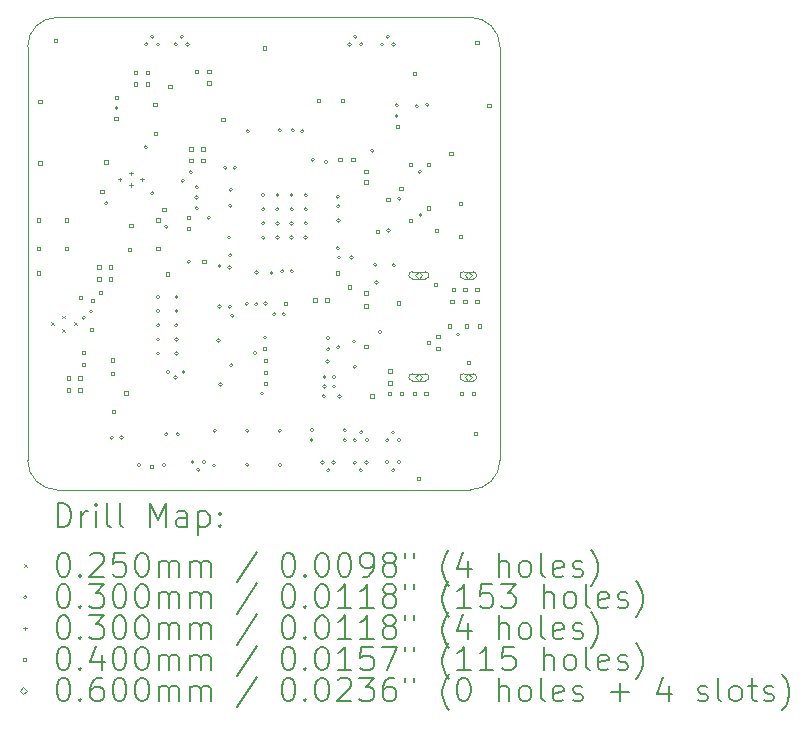
<source format=gbr>
%TF.GenerationSoftware,KiCad,Pcbnew,8.0.6*%
%TF.CreationDate,2025-09-02T14:19:03+02:00*%
%TF.ProjectId,atmos-fc,61746d6f-732d-4666-932e-6b696361645f,rev?*%
%TF.SameCoordinates,Original*%
%TF.FileFunction,Drillmap*%
%TF.FilePolarity,Positive*%
%FSLAX45Y45*%
G04 Gerber Fmt 4.5, Leading zero omitted, Abs format (unit mm)*
G04 Created by KiCad (PCBNEW 8.0.6) date 2025-09-02 14:19:03*
%MOMM*%
%LPD*%
G01*
G04 APERTURE LIST*
%ADD10C,0.100000*%
%ADD11C,0.200000*%
G04 APERTURE END LIST*
D10*
X11925000Y-8825000D02*
G75*
G02*
X12175000Y-8575000I250000J0D01*
G01*
X12175000Y-12575000D02*
X15675000Y-12575000D01*
X15925000Y-12325000D02*
X15925000Y-8825000D01*
X15675000Y-8575000D02*
G75*
G02*
X15925000Y-8825000I0J-250000D01*
G01*
X11925000Y-12325000D02*
X11925000Y-8825000D01*
X15925000Y-12325000D02*
G75*
G02*
X15675000Y-12575000I-250000J0D01*
G01*
X12175000Y-12575000D02*
G75*
G02*
X11925000Y-12325000I0J250000D01*
G01*
X12175000Y-8575000D02*
X15675000Y-8575000D01*
D11*
D10*
X12125000Y-11157500D02*
X12150000Y-11182500D01*
X12150000Y-11157500D02*
X12125000Y-11182500D01*
X12220000Y-11100000D02*
X12245000Y-11125000D01*
X12245000Y-11100000D02*
X12220000Y-11125000D01*
X12220000Y-11215000D02*
X12245000Y-11240000D01*
X12245000Y-11215000D02*
X12220000Y-11240000D01*
X12315000Y-11157500D02*
X12340000Y-11182500D01*
X12340000Y-11157500D02*
X12315000Y-11182500D01*
X12417450Y-11118467D02*
G75*
G02*
X12387450Y-11118467I-15000J0D01*
G01*
X12387450Y-11118467D02*
G75*
G02*
X12417450Y-11118467I15000J0D01*
G01*
X12477520Y-11065706D02*
G75*
G02*
X12447520Y-11065706I-15000J0D01*
G01*
X12447520Y-11065706D02*
G75*
G02*
X12477520Y-11065706I15000J0D01*
G01*
X12605000Y-10150000D02*
G75*
G02*
X12575000Y-10150000I-15000J0D01*
G01*
X12575000Y-10150000D02*
G75*
G02*
X12605000Y-10150000I15000J0D01*
G01*
X12652500Y-12135000D02*
G75*
G02*
X12622500Y-12135000I-15000J0D01*
G01*
X12622500Y-12135000D02*
G75*
G02*
X12652500Y-12135000I15000J0D01*
G01*
X12693210Y-9342607D02*
G75*
G02*
X12663210Y-9342607I-15000J0D01*
G01*
X12663210Y-9342607D02*
G75*
G02*
X12693210Y-9342607I15000J0D01*
G01*
X12735000Y-12134000D02*
G75*
G02*
X12705000Y-12134000I-15000J0D01*
G01*
X12705000Y-12134000D02*
G75*
G02*
X12735000Y-12134000I15000J0D01*
G01*
X12885000Y-12365000D02*
G75*
G02*
X12855000Y-12365000I-15000J0D01*
G01*
X12855000Y-12365000D02*
G75*
G02*
X12885000Y-12365000I15000J0D01*
G01*
X12940615Y-9674084D02*
G75*
G02*
X12910615Y-9674084I-15000J0D01*
G01*
X12910615Y-9674084D02*
G75*
G02*
X12940615Y-9674084I15000J0D01*
G01*
X12945000Y-8805000D02*
G75*
G02*
X12915000Y-8805000I-15000J0D01*
G01*
X12915000Y-8805000D02*
G75*
G02*
X12945000Y-8805000I15000J0D01*
G01*
X12995000Y-8740000D02*
G75*
G02*
X12965000Y-8740000I-15000J0D01*
G01*
X12965000Y-8740000D02*
G75*
G02*
X12995000Y-8740000I15000J0D01*
G01*
X12997677Y-10064714D02*
G75*
G02*
X12967677Y-10064714I-15000J0D01*
G01*
X12967677Y-10064714D02*
G75*
G02*
X12997677Y-10064714I15000J0D01*
G01*
X13045000Y-8805000D02*
G75*
G02*
X13015000Y-8805000I-15000J0D01*
G01*
X13015000Y-8805000D02*
G75*
G02*
X13045000Y-8805000I15000J0D01*
G01*
X13045000Y-10942500D02*
G75*
G02*
X13015000Y-10942500I-15000J0D01*
G01*
X13015000Y-10942500D02*
G75*
G02*
X13045000Y-10942500I15000J0D01*
G01*
X13045000Y-11062500D02*
G75*
G02*
X13015000Y-11062500I-15000J0D01*
G01*
X13015000Y-11062500D02*
G75*
G02*
X13045000Y-11062500I15000J0D01*
G01*
X13045000Y-11182500D02*
G75*
G02*
X13015000Y-11182500I-15000J0D01*
G01*
X13015000Y-11182500D02*
G75*
G02*
X13045000Y-11182500I15000J0D01*
G01*
X13045000Y-11302500D02*
G75*
G02*
X13015000Y-11302500I-15000J0D01*
G01*
X13015000Y-11302500D02*
G75*
G02*
X13045000Y-11302500I15000J0D01*
G01*
X13045000Y-11422500D02*
G75*
G02*
X13015000Y-11422500I-15000J0D01*
G01*
X13015000Y-11422500D02*
G75*
G02*
X13045000Y-11422500I15000J0D01*
G01*
X13095000Y-12365000D02*
G75*
G02*
X13065000Y-12365000I-15000J0D01*
G01*
X13065000Y-12365000D02*
G75*
G02*
X13095000Y-12365000I15000J0D01*
G01*
X13114248Y-12104248D02*
G75*
G02*
X13084248Y-12104248I-15000J0D01*
G01*
X13084248Y-12104248D02*
G75*
G02*
X13114248Y-12104248I15000J0D01*
G01*
X13115000Y-10350000D02*
G75*
G02*
X13085000Y-10350000I-15000J0D01*
G01*
X13085000Y-10350000D02*
G75*
G02*
X13115000Y-10350000I15000J0D01*
G01*
X13127796Y-11578038D02*
G75*
G02*
X13097796Y-11578038I-15000J0D01*
G01*
X13097796Y-11578038D02*
G75*
G02*
X13127796Y-11578038I15000J0D01*
G01*
X13192500Y-11625000D02*
G75*
G02*
X13162500Y-11625000I-15000J0D01*
G01*
X13162500Y-11625000D02*
G75*
G02*
X13192500Y-11625000I15000J0D01*
G01*
X13195000Y-8805000D02*
G75*
G02*
X13165000Y-8805000I-15000J0D01*
G01*
X13165000Y-8805000D02*
G75*
G02*
X13195000Y-8805000I15000J0D01*
G01*
X13200000Y-10942500D02*
G75*
G02*
X13170000Y-10942500I-15000J0D01*
G01*
X13170000Y-10942500D02*
G75*
G02*
X13200000Y-10942500I15000J0D01*
G01*
X13200000Y-11062500D02*
G75*
G02*
X13170000Y-11062500I-15000J0D01*
G01*
X13170000Y-11062500D02*
G75*
G02*
X13200000Y-11062500I15000J0D01*
G01*
X13200000Y-11182500D02*
G75*
G02*
X13170000Y-11182500I-15000J0D01*
G01*
X13170000Y-11182500D02*
G75*
G02*
X13200000Y-11182500I15000J0D01*
G01*
X13200000Y-11302500D02*
G75*
G02*
X13170000Y-11302500I-15000J0D01*
G01*
X13170000Y-11302500D02*
G75*
G02*
X13200000Y-11302500I15000J0D01*
G01*
X13200000Y-11422500D02*
G75*
G02*
X13170000Y-11422500I-15000J0D01*
G01*
X13170000Y-11422500D02*
G75*
G02*
X13200000Y-11422500I15000J0D01*
G01*
X13210000Y-12105000D02*
G75*
G02*
X13180000Y-12105000I-15000J0D01*
G01*
X13180000Y-12105000D02*
G75*
G02*
X13210000Y-12105000I15000J0D01*
G01*
X13245000Y-8740000D02*
G75*
G02*
X13215000Y-8740000I-15000J0D01*
G01*
X13215000Y-8740000D02*
G75*
G02*
X13245000Y-8740000I15000J0D01*
G01*
X13254950Y-9960000D02*
G75*
G02*
X13224950Y-9960000I-15000J0D01*
G01*
X13224950Y-9960000D02*
G75*
G02*
X13254950Y-9960000I15000J0D01*
G01*
X13260000Y-11577890D02*
G75*
G02*
X13230000Y-11577890I-15000J0D01*
G01*
X13230000Y-11577890D02*
G75*
G02*
X13260000Y-11577890I15000J0D01*
G01*
X13295000Y-8805000D02*
G75*
G02*
X13265000Y-8805000I-15000J0D01*
G01*
X13265000Y-8805000D02*
G75*
G02*
X13295000Y-8805000I15000J0D01*
G01*
X13305050Y-10644050D02*
G75*
G02*
X13275050Y-10644050I-15000J0D01*
G01*
X13275050Y-10644050D02*
G75*
G02*
X13305050Y-10644050I15000J0D01*
G01*
X13322500Y-9887500D02*
G75*
G02*
X13292500Y-9887500I-15000J0D01*
G01*
X13292500Y-9887500D02*
G75*
G02*
X13322500Y-9887500I15000J0D01*
G01*
X13335000Y-12340000D02*
G75*
G02*
X13305000Y-12340000I-15000J0D01*
G01*
X13305000Y-12340000D02*
G75*
G02*
X13335000Y-12340000I15000J0D01*
G01*
X13370000Y-10102500D02*
G75*
G02*
X13340000Y-10102500I-15000J0D01*
G01*
X13340000Y-10102500D02*
G75*
G02*
X13370000Y-10102500I15000J0D01*
G01*
X13372242Y-10015040D02*
G75*
G02*
X13342242Y-10015040I-15000J0D01*
G01*
X13342242Y-10015040D02*
G75*
G02*
X13372242Y-10015040I15000J0D01*
G01*
X13372500Y-10190000D02*
G75*
G02*
X13342500Y-10190000I-15000J0D01*
G01*
X13342500Y-10190000D02*
G75*
G02*
X13372500Y-10190000I15000J0D01*
G01*
X13385000Y-12405000D02*
G75*
G02*
X13355000Y-12405000I-15000J0D01*
G01*
X13355000Y-12405000D02*
G75*
G02*
X13385000Y-12405000I15000J0D01*
G01*
X13435000Y-12340000D02*
G75*
G02*
X13405000Y-12340000I-15000J0D01*
G01*
X13405000Y-12340000D02*
G75*
G02*
X13435000Y-12340000I15000J0D01*
G01*
X13475000Y-10271950D02*
G75*
G02*
X13445000Y-10271950I-15000J0D01*
G01*
X13445000Y-10271950D02*
G75*
G02*
X13475000Y-10271950I15000J0D01*
G01*
X13520000Y-12370000D02*
G75*
G02*
X13490000Y-12370000I-15000J0D01*
G01*
X13490000Y-12370000D02*
G75*
G02*
X13520000Y-12370000I15000J0D01*
G01*
X13525000Y-12075000D02*
G75*
G02*
X13495000Y-12075000I-15000J0D01*
G01*
X13495000Y-12075000D02*
G75*
G02*
X13525000Y-12075000I15000J0D01*
G01*
X13556223Y-11311223D02*
G75*
G02*
X13526223Y-11311223I-15000J0D01*
G01*
X13526223Y-11311223D02*
G75*
G02*
X13556223Y-11311223I15000J0D01*
G01*
X13565000Y-10680000D02*
G75*
G02*
X13535000Y-10680000I-15000J0D01*
G01*
X13535000Y-10680000D02*
G75*
G02*
X13565000Y-10680000I15000J0D01*
G01*
X13565000Y-11025000D02*
G75*
G02*
X13535000Y-11025000I-15000J0D01*
G01*
X13535000Y-11025000D02*
G75*
G02*
X13565000Y-11025000I15000J0D01*
G01*
X13574431Y-11685000D02*
G75*
G02*
X13544431Y-11685000I-15000J0D01*
G01*
X13544431Y-11685000D02*
G75*
G02*
X13574431Y-11685000I15000J0D01*
G01*
X13615000Y-9849950D02*
G75*
G02*
X13585000Y-9849950I-15000J0D01*
G01*
X13585000Y-9849950D02*
G75*
G02*
X13615000Y-9849950I15000J0D01*
G01*
X13645000Y-10440000D02*
G75*
G02*
X13615000Y-10440000I-15000J0D01*
G01*
X13615000Y-10440000D02*
G75*
G02*
X13645000Y-10440000I15000J0D01*
G01*
X13648632Y-10693632D02*
G75*
G02*
X13618632Y-10693632I-15000J0D01*
G01*
X13618632Y-10693632D02*
G75*
G02*
X13648632Y-10693632I15000J0D01*
G01*
X13652651Y-11024968D02*
G75*
G02*
X13622651Y-11024968I-15000J0D01*
G01*
X13622651Y-11024968D02*
G75*
G02*
X13652651Y-11024968I15000J0D01*
G01*
X13655000Y-10170000D02*
G75*
G02*
X13625000Y-10170000I-15000J0D01*
G01*
X13625000Y-10170000D02*
G75*
G02*
X13655000Y-10170000I15000J0D01*
G01*
X13655000Y-10590000D02*
G75*
G02*
X13625000Y-10590000I-15000J0D01*
G01*
X13625000Y-10590000D02*
G75*
G02*
X13655000Y-10590000I15000J0D01*
G01*
X13660000Y-10035000D02*
G75*
G02*
X13630000Y-10035000I-15000J0D01*
G01*
X13630000Y-10035000D02*
G75*
G02*
X13660000Y-10035000I15000J0D01*
G01*
X13665000Y-11520000D02*
G75*
G02*
X13635000Y-11520000I-15000J0D01*
G01*
X13635000Y-11520000D02*
G75*
G02*
X13665000Y-11520000I15000J0D01*
G01*
X13671926Y-11102560D02*
G75*
G02*
X13641926Y-11102560I-15000J0D01*
G01*
X13641926Y-11102560D02*
G75*
G02*
X13671926Y-11102560I15000J0D01*
G01*
X13695000Y-9850000D02*
G75*
G02*
X13665000Y-9850000I-15000J0D01*
G01*
X13665000Y-9850000D02*
G75*
G02*
X13695000Y-9850000I15000J0D01*
G01*
X13795000Y-11000000D02*
G75*
G02*
X13765000Y-11000000I-15000J0D01*
G01*
X13765000Y-11000000D02*
G75*
G02*
X13795000Y-11000000I15000J0D01*
G01*
X13800000Y-12075000D02*
G75*
G02*
X13770000Y-12075000I-15000J0D01*
G01*
X13770000Y-12075000D02*
G75*
G02*
X13800000Y-12075000I15000J0D01*
G01*
X13800000Y-12365000D02*
G75*
G02*
X13770000Y-12365000I-15000J0D01*
G01*
X13770000Y-12365000D02*
G75*
G02*
X13800000Y-12365000I15000J0D01*
G01*
X13805000Y-9540000D02*
G75*
G02*
X13775000Y-9540000I-15000J0D01*
G01*
X13775000Y-9540000D02*
G75*
G02*
X13805000Y-9540000I15000J0D01*
G01*
X13865000Y-11418050D02*
G75*
G02*
X13835000Y-11418050I-15000J0D01*
G01*
X13835000Y-11418050D02*
G75*
G02*
X13865000Y-11418050I15000J0D01*
G01*
X13875000Y-11005000D02*
G75*
G02*
X13845000Y-11005000I-15000J0D01*
G01*
X13845000Y-11005000D02*
G75*
G02*
X13875000Y-11005000I15000J0D01*
G01*
X13880050Y-10735363D02*
G75*
G02*
X13850050Y-10735363I-15000J0D01*
G01*
X13850050Y-10735363D02*
G75*
G02*
X13880050Y-10735363I15000J0D01*
G01*
X13925000Y-11760000D02*
G75*
G02*
X13895000Y-11760000I-15000J0D01*
G01*
X13895000Y-11760000D02*
G75*
G02*
X13925000Y-11760000I15000J0D01*
G01*
X13935000Y-10080000D02*
G75*
G02*
X13905000Y-10080000I-15000J0D01*
G01*
X13905000Y-10080000D02*
G75*
G02*
X13935000Y-10080000I15000J0D01*
G01*
X13935000Y-10200000D02*
G75*
G02*
X13905000Y-10200000I-15000J0D01*
G01*
X13905000Y-10200000D02*
G75*
G02*
X13935000Y-10200000I15000J0D01*
G01*
X13935000Y-10320000D02*
G75*
G02*
X13905000Y-10320000I-15000J0D01*
G01*
X13905000Y-10320000D02*
G75*
G02*
X13935000Y-10320000I15000J0D01*
G01*
X13935000Y-10440000D02*
G75*
G02*
X13905000Y-10440000I-15000J0D01*
G01*
X13905000Y-10440000D02*
G75*
G02*
X13935000Y-10440000I15000J0D01*
G01*
X13950283Y-11286633D02*
G75*
G02*
X13920283Y-11286633I-15000J0D01*
G01*
X13920283Y-11286633D02*
G75*
G02*
X13950283Y-11286633I15000J0D01*
G01*
X13955000Y-11000000D02*
G75*
G02*
X13925000Y-11000000I-15000J0D01*
G01*
X13925000Y-11000000D02*
G75*
G02*
X13955000Y-11000000I15000J0D01*
G01*
X14005821Y-10739089D02*
G75*
G02*
X13975821Y-10739089I-15000J0D01*
G01*
X13975821Y-10739089D02*
G75*
G02*
X14005821Y-10739089I15000J0D01*
G01*
X14029425Y-11089643D02*
G75*
G02*
X13999425Y-11089643I-15000J0D01*
G01*
X13999425Y-11089643D02*
G75*
G02*
X14029425Y-11089643I15000J0D01*
G01*
X14055000Y-10080000D02*
G75*
G02*
X14025000Y-10080000I-15000J0D01*
G01*
X14025000Y-10080000D02*
G75*
G02*
X14055000Y-10080000I15000J0D01*
G01*
X14055000Y-10200000D02*
G75*
G02*
X14025000Y-10200000I-15000J0D01*
G01*
X14025000Y-10200000D02*
G75*
G02*
X14055000Y-10200000I15000J0D01*
G01*
X14055000Y-10320000D02*
G75*
G02*
X14025000Y-10320000I-15000J0D01*
G01*
X14025000Y-10320000D02*
G75*
G02*
X14055000Y-10320000I15000J0D01*
G01*
X14055000Y-10440000D02*
G75*
G02*
X14025000Y-10440000I-15000J0D01*
G01*
X14025000Y-10440000D02*
G75*
G02*
X14055000Y-10440000I15000J0D01*
G01*
X14075000Y-9532050D02*
G75*
G02*
X14045000Y-9532050I-15000J0D01*
G01*
X14045000Y-9532050D02*
G75*
G02*
X14075000Y-9532050I15000J0D01*
G01*
X14075000Y-12075000D02*
G75*
G02*
X14045000Y-12075000I-15000J0D01*
G01*
X14045000Y-12075000D02*
G75*
G02*
X14075000Y-12075000I15000J0D01*
G01*
X14077500Y-12365000D02*
G75*
G02*
X14047500Y-12365000I-15000J0D01*
G01*
X14047500Y-12365000D02*
G75*
G02*
X14077500Y-12365000I15000J0D01*
G01*
X14094900Y-10725000D02*
G75*
G02*
X14064900Y-10725000I-15000J0D01*
G01*
X14064900Y-10725000D02*
G75*
G02*
X14094900Y-10725000I15000J0D01*
G01*
X14109368Y-11088582D02*
G75*
G02*
X14079368Y-11088582I-15000J0D01*
G01*
X14079368Y-11088582D02*
G75*
G02*
X14109368Y-11088582I15000J0D01*
G01*
X14174850Y-10725000D02*
G75*
G02*
X14144850Y-10725000I-15000J0D01*
G01*
X14144850Y-10725000D02*
G75*
G02*
X14174850Y-10725000I15000J0D01*
G01*
X14175000Y-10080000D02*
G75*
G02*
X14145000Y-10080000I-15000J0D01*
G01*
X14145000Y-10080000D02*
G75*
G02*
X14175000Y-10080000I15000J0D01*
G01*
X14175000Y-10200000D02*
G75*
G02*
X14145000Y-10200000I-15000J0D01*
G01*
X14145000Y-10200000D02*
G75*
G02*
X14175000Y-10200000I15000J0D01*
G01*
X14175000Y-10320000D02*
G75*
G02*
X14145000Y-10320000I-15000J0D01*
G01*
X14145000Y-10320000D02*
G75*
G02*
X14175000Y-10320000I15000J0D01*
G01*
X14175000Y-10440000D02*
G75*
G02*
X14145000Y-10440000I-15000J0D01*
G01*
X14145000Y-10440000D02*
G75*
G02*
X14175000Y-10440000I15000J0D01*
G01*
X14185000Y-9530000D02*
G75*
G02*
X14155000Y-9530000I-15000J0D01*
G01*
X14155000Y-9530000D02*
G75*
G02*
X14185000Y-9530000I15000J0D01*
G01*
X14265000Y-9540000D02*
G75*
G02*
X14235000Y-9540000I-15000J0D01*
G01*
X14235000Y-9540000D02*
G75*
G02*
X14265000Y-9540000I15000J0D01*
G01*
X14295000Y-10080000D02*
G75*
G02*
X14265000Y-10080000I-15000J0D01*
G01*
X14265000Y-10080000D02*
G75*
G02*
X14295000Y-10080000I15000J0D01*
G01*
X14295000Y-10200000D02*
G75*
G02*
X14265000Y-10200000I-15000J0D01*
G01*
X14265000Y-10200000D02*
G75*
G02*
X14295000Y-10200000I15000J0D01*
G01*
X14295000Y-10320000D02*
G75*
G02*
X14265000Y-10320000I-15000J0D01*
G01*
X14265000Y-10320000D02*
G75*
G02*
X14295000Y-10320000I15000J0D01*
G01*
X14295000Y-10440000D02*
G75*
G02*
X14265000Y-10440000I-15000J0D01*
G01*
X14265000Y-10440000D02*
G75*
G02*
X14295000Y-10440000I15000J0D01*
G01*
X14345000Y-12155000D02*
G75*
G02*
X14315000Y-12155000I-15000J0D01*
G01*
X14315000Y-12155000D02*
G75*
G02*
X14345000Y-12155000I15000J0D01*
G01*
X14347500Y-12069950D02*
G75*
G02*
X14317500Y-12069950I-15000J0D01*
G01*
X14317500Y-12069950D02*
G75*
G02*
X14347500Y-12069950I15000J0D01*
G01*
X14355000Y-9780000D02*
G75*
G02*
X14325000Y-9780000I-15000J0D01*
G01*
X14325000Y-9780000D02*
G75*
G02*
X14355000Y-9780000I15000J0D01*
G01*
X14438000Y-12344000D02*
G75*
G02*
X14408000Y-12344000I-15000J0D01*
G01*
X14408000Y-12344000D02*
G75*
G02*
X14438000Y-12344000I15000J0D01*
G01*
X14447500Y-11785000D02*
G75*
G02*
X14417500Y-11785000I-15000J0D01*
G01*
X14417500Y-11785000D02*
G75*
G02*
X14447500Y-11785000I15000J0D01*
G01*
X14455000Y-11620000D02*
G75*
G02*
X14425000Y-11620000I-15000J0D01*
G01*
X14425000Y-11620000D02*
G75*
G02*
X14455000Y-11620000I15000J0D01*
G01*
X14455000Y-11700000D02*
G75*
G02*
X14425000Y-11700000I-15000J0D01*
G01*
X14425000Y-11700000D02*
G75*
G02*
X14455000Y-11700000I15000J0D01*
G01*
X14465000Y-9800000D02*
G75*
G02*
X14435000Y-9800000I-15000J0D01*
G01*
X14435000Y-9800000D02*
G75*
G02*
X14465000Y-9800000I15000J0D01*
G01*
X14480000Y-11490000D02*
G75*
G02*
X14450000Y-11490000I-15000J0D01*
G01*
X14450000Y-11490000D02*
G75*
G02*
X14480000Y-11490000I15000J0D01*
G01*
X14485000Y-11290000D02*
G75*
G02*
X14455000Y-11290000I-15000J0D01*
G01*
X14455000Y-11290000D02*
G75*
G02*
X14485000Y-11290000I15000J0D01*
G01*
X14485000Y-12410050D02*
G75*
G02*
X14455000Y-12410050I-15000J0D01*
G01*
X14455000Y-12410050D02*
G75*
G02*
X14485000Y-12410050I15000J0D01*
G01*
X14485111Y-11384671D02*
G75*
G02*
X14455111Y-11384671I-15000J0D01*
G01*
X14455111Y-11384671D02*
G75*
G02*
X14485111Y-11384671I15000J0D01*
G01*
X14532000Y-12344000D02*
G75*
G02*
X14502000Y-12344000I-15000J0D01*
G01*
X14502000Y-12344000D02*
G75*
G02*
X14532000Y-12344000I15000J0D01*
G01*
X14535000Y-11620000D02*
G75*
G02*
X14505000Y-11620000I-15000J0D01*
G01*
X14505000Y-11620000D02*
G75*
G02*
X14535000Y-11620000I15000J0D01*
G01*
X14535000Y-11700000D02*
G75*
G02*
X14505000Y-11700000I-15000J0D01*
G01*
X14505000Y-11700000D02*
G75*
G02*
X14535000Y-11700000I15000J0D01*
G01*
X14564929Y-10094950D02*
G75*
G02*
X14534929Y-10094950I-15000J0D01*
G01*
X14534929Y-10094950D02*
G75*
G02*
X14564929Y-10094950I15000J0D01*
G01*
X14565000Y-10530000D02*
G75*
G02*
X14535000Y-10530000I-15000J0D01*
G01*
X14535000Y-10530000D02*
G75*
G02*
X14565000Y-10530000I15000J0D01*
G01*
X14569609Y-10175050D02*
G75*
G02*
X14539609Y-10175050I-15000J0D01*
G01*
X14539609Y-10175050D02*
G75*
G02*
X14569609Y-10175050I15000J0D01*
G01*
X14570109Y-11369891D02*
G75*
G02*
X14540109Y-11369891I-15000J0D01*
G01*
X14540109Y-11369891D02*
G75*
G02*
X14570109Y-11369891I15000J0D01*
G01*
X14572109Y-10297109D02*
G75*
G02*
X14542109Y-10297109I-15000J0D01*
G01*
X14542109Y-10297109D02*
G75*
G02*
X14572109Y-10297109I15000J0D01*
G01*
X14576307Y-10609147D02*
G75*
G02*
X14546307Y-10609147I-15000J0D01*
G01*
X14546307Y-10609147D02*
G75*
G02*
X14576307Y-10609147I15000J0D01*
G01*
X14580000Y-11785000D02*
G75*
G02*
X14550000Y-11785000I-15000J0D01*
G01*
X14550000Y-11785000D02*
G75*
G02*
X14580000Y-11785000I15000J0D01*
G01*
X14625000Y-12155000D02*
G75*
G02*
X14595000Y-12155000I-15000J0D01*
G01*
X14595000Y-12155000D02*
G75*
G02*
X14625000Y-12155000I15000J0D01*
G01*
X14625057Y-12070050D02*
G75*
G02*
X14595057Y-12070050I-15000J0D01*
G01*
X14595057Y-12070050D02*
G75*
G02*
X14625057Y-12070050I15000J0D01*
G01*
X14665000Y-8805000D02*
G75*
G02*
X14635000Y-8805000I-15000J0D01*
G01*
X14635000Y-8805000D02*
G75*
G02*
X14665000Y-8805000I15000J0D01*
G01*
X14682609Y-10610050D02*
G75*
G02*
X14652609Y-10610050I-15000J0D01*
G01*
X14652609Y-10610050D02*
G75*
G02*
X14682609Y-10610050I15000J0D01*
G01*
X14705000Y-11320000D02*
G75*
G02*
X14675000Y-11320000I-15000J0D01*
G01*
X14675000Y-11320000D02*
G75*
G02*
X14705000Y-11320000I15000J0D01*
G01*
X14710000Y-11535000D02*
G75*
G02*
X14680000Y-11535000I-15000J0D01*
G01*
X14680000Y-11535000D02*
G75*
G02*
X14710000Y-11535000I15000J0D01*
G01*
X14710000Y-12155000D02*
G75*
G02*
X14680000Y-12155000I-15000J0D01*
G01*
X14680000Y-12155000D02*
G75*
G02*
X14710000Y-12155000I15000J0D01*
G01*
X14710000Y-12345000D02*
G75*
G02*
X14680000Y-12345000I-15000J0D01*
G01*
X14680000Y-12345000D02*
G75*
G02*
X14710000Y-12345000I15000J0D01*
G01*
X14715000Y-8740000D02*
G75*
G02*
X14685000Y-8740000I-15000J0D01*
G01*
X14685000Y-8740000D02*
G75*
G02*
X14715000Y-8740000I15000J0D01*
G01*
X14760000Y-12410000D02*
G75*
G02*
X14730000Y-12410000I-15000J0D01*
G01*
X14730000Y-12410000D02*
G75*
G02*
X14760000Y-12410000I15000J0D01*
G01*
X14765000Y-8805000D02*
G75*
G02*
X14735000Y-8805000I-15000J0D01*
G01*
X14735000Y-8805000D02*
G75*
G02*
X14765000Y-8805000I15000J0D01*
G01*
X14765000Y-12090000D02*
G75*
G02*
X14735000Y-12090000I-15000J0D01*
G01*
X14735000Y-12090000D02*
G75*
G02*
X14765000Y-12090000I15000J0D01*
G01*
X14810000Y-12345000D02*
G75*
G02*
X14780000Y-12345000I-15000J0D01*
G01*
X14780000Y-12345000D02*
G75*
G02*
X14810000Y-12345000I15000J0D01*
G01*
X14815000Y-12155000D02*
G75*
G02*
X14785000Y-12155000I-15000J0D01*
G01*
X14785000Y-12155000D02*
G75*
G02*
X14815000Y-12155000I15000J0D01*
G01*
X14860000Y-9705000D02*
G75*
G02*
X14830000Y-9705000I-15000J0D01*
G01*
X14830000Y-9705000D02*
G75*
G02*
X14860000Y-9705000I15000J0D01*
G01*
X14885000Y-10670000D02*
G75*
G02*
X14855000Y-10670000I-15000J0D01*
G01*
X14855000Y-10670000D02*
G75*
G02*
X14885000Y-10670000I15000J0D01*
G01*
X14895000Y-10820000D02*
G75*
G02*
X14865000Y-10820000I-15000J0D01*
G01*
X14865000Y-10820000D02*
G75*
G02*
X14895000Y-10820000I15000J0D01*
G01*
X14925000Y-11240000D02*
G75*
G02*
X14895000Y-11240000I-15000J0D01*
G01*
X14895000Y-11240000D02*
G75*
G02*
X14925000Y-11240000I15000J0D01*
G01*
X14940000Y-8805000D02*
G75*
G02*
X14910000Y-8805000I-15000J0D01*
G01*
X14910000Y-8805000D02*
G75*
G02*
X14940000Y-8805000I15000J0D01*
G01*
X14985000Y-12155000D02*
G75*
G02*
X14955000Y-12155000I-15000J0D01*
G01*
X14955000Y-12155000D02*
G75*
G02*
X14985000Y-12155000I15000J0D01*
G01*
X14985000Y-12340000D02*
G75*
G02*
X14955000Y-12340000I-15000J0D01*
G01*
X14955000Y-12340000D02*
G75*
G02*
X14985000Y-12340000I15000J0D01*
G01*
X14990000Y-8740000D02*
G75*
G02*
X14960000Y-8740000I-15000J0D01*
G01*
X14960000Y-8740000D02*
G75*
G02*
X14990000Y-8740000I15000J0D01*
G01*
X14995000Y-10380000D02*
G75*
G02*
X14965000Y-10380000I-15000J0D01*
G01*
X14965000Y-10380000D02*
G75*
G02*
X14995000Y-10380000I15000J0D01*
G01*
X15035000Y-12090000D02*
G75*
G02*
X15005000Y-12090000I-15000J0D01*
G01*
X15005000Y-12090000D02*
G75*
G02*
X15035000Y-12090000I15000J0D01*
G01*
X15035000Y-12410000D02*
G75*
G02*
X15005000Y-12410000I-15000J0D01*
G01*
X15005000Y-12410000D02*
G75*
G02*
X15035000Y-12410000I15000J0D01*
G01*
X15040000Y-8805000D02*
G75*
G02*
X15010000Y-8805000I-15000J0D01*
G01*
X15010000Y-8805000D02*
G75*
G02*
X15040000Y-8805000I15000J0D01*
G01*
X15040000Y-10675000D02*
G75*
G02*
X15010000Y-10675000I-15000J0D01*
G01*
X15010000Y-10675000D02*
G75*
G02*
X15040000Y-10675000I15000J0D01*
G01*
X15065000Y-9320000D02*
G75*
G02*
X15035000Y-9320000I-15000J0D01*
G01*
X15035000Y-9320000D02*
G75*
G02*
X15065000Y-9320000I15000J0D01*
G01*
X15065000Y-9410000D02*
G75*
G02*
X15035000Y-9410000I-15000J0D01*
G01*
X15035000Y-9410000D02*
G75*
G02*
X15065000Y-9410000I15000J0D01*
G01*
X15085000Y-12155000D02*
G75*
G02*
X15055000Y-12155000I-15000J0D01*
G01*
X15055000Y-12155000D02*
G75*
G02*
X15085000Y-12155000I15000J0D01*
G01*
X15085000Y-12340000D02*
G75*
G02*
X15055000Y-12340000I-15000J0D01*
G01*
X15055000Y-12340000D02*
G75*
G02*
X15085000Y-12340000I15000J0D01*
G01*
X15086854Y-10111177D02*
G75*
G02*
X15056854Y-10111177I-15000J0D01*
G01*
X15056854Y-10111177D02*
G75*
G02*
X15086854Y-10111177I15000J0D01*
G01*
X15235379Y-9328701D02*
G75*
G02*
X15205379Y-9328701I-15000J0D01*
G01*
X15205379Y-9328701D02*
G75*
G02*
X15235379Y-9328701I15000J0D01*
G01*
X15260000Y-9882500D02*
G75*
G02*
X15230000Y-9882500I-15000J0D01*
G01*
X15230000Y-9882500D02*
G75*
G02*
X15260000Y-9882500I15000J0D01*
G01*
X15267500Y-10250000D02*
G75*
G02*
X15237500Y-10250000I-15000J0D01*
G01*
X15237500Y-10250000D02*
G75*
G02*
X15267500Y-10250000I15000J0D01*
G01*
X15324000Y-9314000D02*
G75*
G02*
X15294000Y-9314000I-15000J0D01*
G01*
X15294000Y-9314000D02*
G75*
G02*
X15324000Y-9314000I15000J0D01*
G01*
X15585000Y-11260000D02*
G75*
G02*
X15555000Y-11260000I-15000J0D01*
G01*
X15555000Y-11260000D02*
G75*
G02*
X15585000Y-11260000I15000J0D01*
G01*
X12705000Y-9932000D02*
X12705000Y-9962000D01*
X12690000Y-9947000D02*
X12720000Y-9947000D01*
X12800000Y-9882000D02*
X12800000Y-9912000D01*
X12785000Y-9897000D02*
X12815000Y-9897000D01*
X12800000Y-9982000D02*
X12800000Y-10012000D01*
X12785000Y-9997000D02*
X12815000Y-9997000D01*
X12895000Y-9932000D02*
X12895000Y-9962000D01*
X12880000Y-9947000D02*
X12910000Y-9947000D01*
X12034142Y-10304142D02*
X12034142Y-10275858D01*
X12005858Y-10275858D01*
X12005858Y-10304142D01*
X12034142Y-10304142D01*
X12034142Y-10544142D02*
X12034142Y-10515858D01*
X12005858Y-10515858D01*
X12005858Y-10544142D01*
X12034142Y-10544142D01*
X12034142Y-10754142D02*
X12034142Y-10725858D01*
X12005858Y-10725858D01*
X12005858Y-10754142D01*
X12034142Y-10754142D01*
X12044142Y-9304142D02*
X12044142Y-9275858D01*
X12015858Y-9275858D01*
X12015858Y-9304142D01*
X12044142Y-9304142D01*
X12044142Y-9824142D02*
X12044142Y-9795858D01*
X12015858Y-9795858D01*
X12015858Y-9824142D01*
X12044142Y-9824142D01*
X12174142Y-8784142D02*
X12174142Y-8755858D01*
X12145858Y-8755858D01*
X12145858Y-8784142D01*
X12174142Y-8784142D01*
X12266692Y-10304142D02*
X12266692Y-10275858D01*
X12238408Y-10275858D01*
X12238408Y-10304142D01*
X12266692Y-10304142D01*
X12266692Y-10544142D02*
X12266692Y-10515858D01*
X12238408Y-10515858D01*
X12238408Y-10544142D01*
X12266692Y-10544142D01*
X12284142Y-11644142D02*
X12284142Y-11615858D01*
X12255858Y-11615858D01*
X12255858Y-11644142D01*
X12284142Y-11644142D01*
X12284142Y-11744142D02*
X12284142Y-11715858D01*
X12255858Y-11715858D01*
X12255858Y-11744142D01*
X12284142Y-11744142D01*
X12384142Y-11644142D02*
X12384142Y-11615858D01*
X12355858Y-11615858D01*
X12355858Y-11644142D01*
X12384142Y-11644142D01*
X12384142Y-11744142D02*
X12384142Y-11715858D01*
X12355858Y-11715858D01*
X12355858Y-11744142D01*
X12384142Y-11744142D01*
X12389088Y-10962140D02*
X12389088Y-10933855D01*
X12360803Y-10933855D01*
X12360803Y-10962140D01*
X12389088Y-10962140D01*
X12414142Y-11429142D02*
X12414142Y-11400858D01*
X12385858Y-11400858D01*
X12385858Y-11429142D01*
X12414142Y-11429142D01*
X12414142Y-11529142D02*
X12414142Y-11500858D01*
X12385858Y-11500858D01*
X12385858Y-11529142D01*
X12414142Y-11529142D01*
X12481692Y-11234852D02*
X12481692Y-11206567D01*
X12453408Y-11206567D01*
X12453408Y-11234852D01*
X12481692Y-11234852D01*
X12488204Y-10985396D02*
X12488204Y-10957111D01*
X12459920Y-10957111D01*
X12459920Y-10985396D01*
X12488204Y-10985396D01*
X12544142Y-10704142D02*
X12544142Y-10675858D01*
X12515858Y-10675858D01*
X12515858Y-10704142D01*
X12544142Y-10704142D01*
X12544142Y-10804142D02*
X12544142Y-10775858D01*
X12515858Y-10775858D01*
X12515858Y-10804142D01*
X12544142Y-10804142D01*
X12558204Y-10918204D02*
X12558204Y-10889920D01*
X12529920Y-10889920D01*
X12529920Y-10918204D01*
X12558204Y-10918204D01*
X12569092Y-10064142D02*
X12569092Y-10035858D01*
X12540808Y-10035858D01*
X12540808Y-10064142D01*
X12569092Y-10064142D01*
X12604142Y-9814142D02*
X12604142Y-9785858D01*
X12575858Y-9785858D01*
X12575858Y-9814142D01*
X12604142Y-9814142D01*
X12644142Y-10704142D02*
X12644142Y-10675858D01*
X12615858Y-10675858D01*
X12615858Y-10704142D01*
X12644142Y-10704142D01*
X12644142Y-10804142D02*
X12644142Y-10775858D01*
X12615858Y-10775858D01*
X12615858Y-10804142D01*
X12644142Y-10804142D01*
X12659192Y-11604142D02*
X12659192Y-11575858D01*
X12630908Y-11575858D01*
X12630908Y-11604142D01*
X12659192Y-11604142D01*
X12659951Y-11491292D02*
X12659951Y-11463008D01*
X12631666Y-11463008D01*
X12631666Y-11491292D01*
X12659951Y-11491292D01*
X12664142Y-11929142D02*
X12664142Y-11900858D01*
X12635858Y-11900858D01*
X12635858Y-11929142D01*
X12664142Y-11929142D01*
X12689142Y-9446642D02*
X12689142Y-9418358D01*
X12660858Y-9418358D01*
X12660858Y-9446642D01*
X12689142Y-9446642D01*
X12691407Y-9266804D02*
X12691407Y-9238520D01*
X12663123Y-9238520D01*
X12663123Y-9266804D01*
X12691407Y-9266804D01*
X12771881Y-11771592D02*
X12771881Y-11743308D01*
X12743596Y-11743308D01*
X12743596Y-11771592D01*
X12771881Y-11771592D01*
X12804142Y-10554142D02*
X12804142Y-10525858D01*
X12775858Y-10525858D01*
X12775858Y-10554142D01*
X12804142Y-10554142D01*
X12814142Y-10354142D02*
X12814142Y-10325858D01*
X12785858Y-10325858D01*
X12785858Y-10354142D01*
X12814142Y-10354142D01*
X12854142Y-9054142D02*
X12854142Y-9025858D01*
X12825858Y-9025858D01*
X12825858Y-9054142D01*
X12854142Y-9054142D01*
X12854142Y-9154142D02*
X12854142Y-9125858D01*
X12825858Y-9125858D01*
X12825858Y-9154142D01*
X12854142Y-9154142D01*
X12954142Y-9054142D02*
X12954142Y-9025858D01*
X12925858Y-9025858D01*
X12925858Y-9054142D01*
X12954142Y-9054142D01*
X12954142Y-9154142D02*
X12954142Y-9125858D01*
X12925858Y-9125858D01*
X12925858Y-9154142D01*
X12954142Y-9154142D01*
X12989142Y-12394142D02*
X12989142Y-12365858D01*
X12960858Y-12365858D01*
X12960858Y-12394142D01*
X12989142Y-12394142D01*
X13019142Y-9329142D02*
X13019142Y-9300858D01*
X12990858Y-9300858D01*
X12990858Y-9329142D01*
X13019142Y-9329142D01*
X13024142Y-9574142D02*
X13024142Y-9545858D01*
X12995858Y-9545858D01*
X12995858Y-9574142D01*
X13024142Y-9574142D01*
X13044142Y-10304142D02*
X13044142Y-10275858D01*
X13015858Y-10275858D01*
X13015858Y-10304142D01*
X13044142Y-10304142D01*
X13044142Y-10544142D02*
X13044142Y-10515858D01*
X13015858Y-10515858D01*
X13015858Y-10544142D01*
X13044142Y-10544142D01*
X13094142Y-10214142D02*
X13094142Y-10185858D01*
X13065858Y-10185858D01*
X13065858Y-10214142D01*
X13094142Y-10214142D01*
X13124142Y-10761642D02*
X13124142Y-10733358D01*
X13095858Y-10733358D01*
X13095858Y-10761642D01*
X13124142Y-10761642D01*
X13144142Y-9174142D02*
X13144142Y-9145858D01*
X13115858Y-9145858D01*
X13115858Y-9174142D01*
X13144142Y-9174142D01*
X13304142Y-10284142D02*
X13304142Y-10255858D01*
X13275858Y-10255858D01*
X13275858Y-10284142D01*
X13304142Y-10284142D01*
X13304142Y-10376192D02*
X13304142Y-10347908D01*
X13275858Y-10347908D01*
X13275858Y-10376192D01*
X13304142Y-10376192D01*
X13324142Y-9704142D02*
X13324142Y-9675858D01*
X13295858Y-9675858D01*
X13295858Y-9704142D01*
X13324142Y-9704142D01*
X13324142Y-9804142D02*
X13324142Y-9775858D01*
X13295858Y-9775858D01*
X13295858Y-9804142D01*
X13324142Y-9804142D01*
X13369142Y-9046642D02*
X13369142Y-9018358D01*
X13340858Y-9018358D01*
X13340858Y-9046642D01*
X13369142Y-9046642D01*
X13424142Y-9704142D02*
X13424142Y-9675858D01*
X13395858Y-9675858D01*
X13395858Y-9704142D01*
X13424142Y-9704142D01*
X13424142Y-9804142D02*
X13424142Y-9775858D01*
X13395858Y-9775858D01*
X13395858Y-9804142D01*
X13424142Y-9804142D01*
X13434092Y-10659142D02*
X13434092Y-10630858D01*
X13405808Y-10630858D01*
X13405808Y-10659142D01*
X13434092Y-10659142D01*
X13474142Y-9046642D02*
X13474142Y-9018358D01*
X13445858Y-9018358D01*
X13445858Y-9046642D01*
X13474142Y-9046642D01*
X13474142Y-9146642D02*
X13474142Y-9118358D01*
X13445858Y-9118358D01*
X13445858Y-9146642D01*
X13474142Y-9146642D01*
X13594142Y-9454142D02*
X13594142Y-9425858D01*
X13565858Y-9425858D01*
X13565858Y-9454142D01*
X13594142Y-9454142D01*
X13944142Y-8849192D02*
X13944142Y-8820908D01*
X13915858Y-8820908D01*
X13915858Y-8849192D01*
X13944142Y-8849192D01*
X13947908Y-11394387D02*
X13947908Y-11366102D01*
X13919623Y-11366102D01*
X13919623Y-11394387D01*
X13947908Y-11394387D01*
X13954142Y-11494142D02*
X13954142Y-11465858D01*
X13925858Y-11465858D01*
X13925858Y-11494142D01*
X13954142Y-11494142D01*
X13954142Y-11594142D02*
X13954142Y-11565858D01*
X13925858Y-11565858D01*
X13925858Y-11594142D01*
X13954142Y-11594142D01*
X13954142Y-11689142D02*
X13954142Y-11660858D01*
X13925858Y-11660858D01*
X13925858Y-11689142D01*
X13954142Y-11689142D01*
X14124142Y-11014142D02*
X14124142Y-10985858D01*
X14095858Y-10985858D01*
X14095858Y-11014142D01*
X14124142Y-11014142D01*
X14374142Y-10984142D02*
X14374142Y-10955858D01*
X14345858Y-10955858D01*
X14345858Y-10984142D01*
X14374142Y-10984142D01*
X14404142Y-9294142D02*
X14404142Y-9265858D01*
X14375858Y-9265858D01*
X14375858Y-9294142D01*
X14404142Y-9294142D01*
X14474142Y-10984142D02*
X14474142Y-10955858D01*
X14445858Y-10955858D01*
X14445858Y-10984142D01*
X14474142Y-10984142D01*
X14564142Y-10754092D02*
X14564142Y-10725808D01*
X14535858Y-10725808D01*
X14535858Y-10754092D01*
X14564142Y-10754092D01*
X14584142Y-9794142D02*
X14584142Y-9765858D01*
X14555858Y-9765858D01*
X14555858Y-9794142D01*
X14584142Y-9794142D01*
X14604142Y-9294142D02*
X14604142Y-9265858D01*
X14575858Y-9265858D01*
X14575858Y-9294142D01*
X14604142Y-9294142D01*
X14664142Y-10874142D02*
X14664142Y-10845858D01*
X14635858Y-10845858D01*
X14635858Y-10874142D01*
X14664142Y-10874142D01*
X14694142Y-9794142D02*
X14694142Y-9765858D01*
X14665858Y-9765858D01*
X14665858Y-9794142D01*
X14694142Y-9794142D01*
X14804142Y-9894142D02*
X14804142Y-9865858D01*
X14775858Y-9865858D01*
X14775858Y-9894142D01*
X14804142Y-9894142D01*
X14804142Y-9984142D02*
X14804142Y-9955858D01*
X14775858Y-9955858D01*
X14775858Y-9984142D01*
X14804142Y-9984142D01*
X14804142Y-10924142D02*
X14804142Y-10895858D01*
X14775858Y-10895858D01*
X14775858Y-10924142D01*
X14804142Y-10924142D01*
X14804142Y-11034142D02*
X14804142Y-11005858D01*
X14775858Y-11005858D01*
X14775858Y-11034142D01*
X14804142Y-11034142D01*
X14804142Y-11374142D02*
X14804142Y-11345858D01*
X14775858Y-11345858D01*
X14775858Y-11374142D01*
X14804142Y-11374142D01*
X14854142Y-11794142D02*
X14854142Y-11765858D01*
X14825858Y-11765858D01*
X14825858Y-11794142D01*
X14854142Y-11794142D01*
X14904142Y-10404142D02*
X14904142Y-10375858D01*
X14875858Y-10375858D01*
X14875858Y-10404142D01*
X14904142Y-10404142D01*
X14991642Y-10134192D02*
X14991642Y-10105908D01*
X14963358Y-10105908D01*
X14963358Y-10134192D01*
X14991642Y-10134192D01*
X15004142Y-11774142D02*
X15004142Y-11745858D01*
X14975858Y-11745858D01*
X14975858Y-11774142D01*
X15004142Y-11774142D01*
X15006642Y-11584142D02*
X15006642Y-11555858D01*
X14978358Y-11555858D01*
X14978358Y-11584142D01*
X15006642Y-11584142D01*
X15006642Y-11684142D02*
X15006642Y-11655858D01*
X14978358Y-11655858D01*
X14978358Y-11684142D01*
X15006642Y-11684142D01*
X15073434Y-9513611D02*
X15073434Y-9485327D01*
X15045150Y-9485327D01*
X15045150Y-9513611D01*
X15073434Y-9513611D01*
X15077692Y-11009142D02*
X15077692Y-10980858D01*
X15049407Y-10980858D01*
X15049407Y-11009142D01*
X15077692Y-11009142D01*
X15101553Y-10036724D02*
X15101553Y-10008440D01*
X15073269Y-10008440D01*
X15073269Y-10036724D01*
X15101553Y-10036724D01*
X15104142Y-11774142D02*
X15104142Y-11745858D01*
X15075858Y-11745858D01*
X15075858Y-11774142D01*
X15104142Y-11774142D01*
X15179142Y-10309142D02*
X15179142Y-10280858D01*
X15150858Y-10280858D01*
X15150858Y-10309142D01*
X15179142Y-10309142D01*
X15184142Y-9834142D02*
X15184142Y-9805858D01*
X15155858Y-9805858D01*
X15155858Y-9834142D01*
X15184142Y-9834142D01*
X15214142Y-9064142D02*
X15214142Y-9035858D01*
X15185858Y-9035858D01*
X15185858Y-9064142D01*
X15214142Y-9064142D01*
X15214142Y-11774142D02*
X15214142Y-11745858D01*
X15185858Y-11745858D01*
X15185858Y-11774142D01*
X15214142Y-11774142D01*
X15246642Y-12494142D02*
X15246642Y-12465858D01*
X15218358Y-12465858D01*
X15218358Y-12494142D01*
X15246642Y-12494142D01*
X15314142Y-11774142D02*
X15314142Y-11745858D01*
X15285858Y-11745858D01*
X15285858Y-11774142D01*
X15314142Y-11774142D01*
X15334142Y-9834142D02*
X15334142Y-9805858D01*
X15305858Y-9805858D01*
X15305858Y-9834142D01*
X15334142Y-9834142D01*
X15334142Y-10204142D02*
X15334142Y-10175858D01*
X15305858Y-10175858D01*
X15305858Y-10204142D01*
X15334142Y-10204142D01*
X15334142Y-11344142D02*
X15334142Y-11315858D01*
X15305858Y-11315858D01*
X15305858Y-11344142D01*
X15334142Y-11344142D01*
X15394192Y-10854142D02*
X15394192Y-10825858D01*
X15365908Y-10825858D01*
X15365908Y-10854142D01*
X15394192Y-10854142D01*
X15404142Y-10394142D02*
X15404142Y-10365858D01*
X15375858Y-10365858D01*
X15375858Y-10394142D01*
X15404142Y-10394142D01*
X15414142Y-11294142D02*
X15414142Y-11265858D01*
X15385858Y-11265858D01*
X15385858Y-11294142D01*
X15414142Y-11294142D01*
X15414142Y-11394142D02*
X15414142Y-11365858D01*
X15385858Y-11365858D01*
X15385858Y-11394142D01*
X15414142Y-11394142D01*
X15514142Y-11204142D02*
X15514142Y-11175858D01*
X15485858Y-11175858D01*
X15485858Y-11204142D01*
X15514142Y-11204142D01*
X15524142Y-9744142D02*
X15524142Y-9715858D01*
X15495858Y-9715858D01*
X15495858Y-9744142D01*
X15524142Y-9744142D01*
X15534142Y-10994142D02*
X15534142Y-10965858D01*
X15505858Y-10965858D01*
X15505858Y-10994142D01*
X15534142Y-10994142D01*
X15544142Y-10894142D02*
X15544142Y-10865858D01*
X15515858Y-10865858D01*
X15515858Y-10894142D01*
X15544142Y-10894142D01*
X15604142Y-10164142D02*
X15604142Y-10135858D01*
X15575858Y-10135858D01*
X15575858Y-10164142D01*
X15604142Y-10164142D01*
X15604142Y-10444142D02*
X15604142Y-10415858D01*
X15575858Y-10415858D01*
X15575858Y-10444142D01*
X15604142Y-10444142D01*
X15614142Y-11774142D02*
X15614142Y-11745858D01*
X15585858Y-11745858D01*
X15585858Y-11774142D01*
X15614142Y-11774142D01*
X15644142Y-10894142D02*
X15644142Y-10865858D01*
X15615858Y-10865858D01*
X15615858Y-10894142D01*
X15644142Y-10894142D01*
X15644142Y-10994142D02*
X15644142Y-10965858D01*
X15615858Y-10965858D01*
X15615858Y-10994142D01*
X15644142Y-10994142D01*
X15654142Y-11204142D02*
X15654142Y-11175858D01*
X15625858Y-11175858D01*
X15625858Y-11204142D01*
X15654142Y-11204142D01*
X15674142Y-11514142D02*
X15674142Y-11485858D01*
X15645858Y-11485858D01*
X15645858Y-11514142D01*
X15674142Y-11514142D01*
X15714142Y-11774142D02*
X15714142Y-11745858D01*
X15685858Y-11745858D01*
X15685858Y-11774142D01*
X15714142Y-11774142D01*
X15734142Y-12114142D02*
X15734142Y-12085858D01*
X15705858Y-12085858D01*
X15705858Y-12114142D01*
X15734142Y-12114142D01*
X15744142Y-8804142D02*
X15744142Y-8775858D01*
X15715858Y-8775858D01*
X15715858Y-8804142D01*
X15744142Y-8804142D01*
X15744142Y-10894142D02*
X15744142Y-10865858D01*
X15715858Y-10865858D01*
X15715858Y-10894142D01*
X15744142Y-10894142D01*
X15744142Y-10994142D02*
X15744142Y-10965858D01*
X15715858Y-10965858D01*
X15715858Y-10994142D01*
X15744142Y-10994142D01*
X15764142Y-11204142D02*
X15764142Y-11175858D01*
X15735858Y-11175858D01*
X15735858Y-11204142D01*
X15764142Y-11204142D01*
X15846642Y-9334142D02*
X15846642Y-9305858D01*
X15818358Y-9305858D01*
X15818358Y-9334142D01*
X15846642Y-9334142D01*
X15238500Y-10788000D02*
X15268500Y-10758000D01*
X15238500Y-10728000D01*
X15208500Y-10758000D01*
X15238500Y-10788000D01*
X15183500Y-10788000D02*
X15293500Y-10788000D01*
X15293500Y-10728000D02*
G75*
G02*
X15293500Y-10788000I0J-30000D01*
G01*
X15293500Y-10728000D02*
X15183500Y-10728000D01*
X15183500Y-10728000D02*
G75*
G03*
X15183500Y-10788000I0J-30000D01*
G01*
X15238500Y-11652000D02*
X15268500Y-11622000D01*
X15238500Y-11592000D01*
X15208500Y-11622000D01*
X15238500Y-11652000D01*
X15183500Y-11652000D02*
X15293500Y-11652000D01*
X15293500Y-11592000D02*
G75*
G02*
X15293500Y-11652000I0J-30000D01*
G01*
X15293500Y-11592000D02*
X15183500Y-11592000D01*
X15183500Y-11592000D02*
G75*
G03*
X15183500Y-11652000I0J-30000D01*
G01*
X15656500Y-10788000D02*
X15686500Y-10758000D01*
X15656500Y-10728000D01*
X15626500Y-10758000D01*
X15656500Y-10788000D01*
X15616500Y-10788000D02*
X15696500Y-10788000D01*
X15696500Y-10728000D02*
G75*
G02*
X15696500Y-10788000I0J-30000D01*
G01*
X15696500Y-10728000D02*
X15616500Y-10728000D01*
X15616500Y-10728000D02*
G75*
G03*
X15616500Y-10788000I0J-30000D01*
G01*
X15656500Y-11652000D02*
X15686500Y-11622000D01*
X15656500Y-11592000D01*
X15626500Y-11622000D01*
X15656500Y-11652000D01*
X15616500Y-11652000D02*
X15696500Y-11652000D01*
X15696500Y-11592000D02*
G75*
G02*
X15696500Y-11652000I0J-30000D01*
G01*
X15696500Y-11592000D02*
X15616500Y-11592000D01*
X15616500Y-11592000D02*
G75*
G03*
X15616500Y-11652000I0J-30000D01*
G01*
D11*
X12180777Y-12891484D02*
X12180777Y-12691484D01*
X12180777Y-12691484D02*
X12228396Y-12691484D01*
X12228396Y-12691484D02*
X12256967Y-12701008D01*
X12256967Y-12701008D02*
X12276015Y-12720055D01*
X12276015Y-12720055D02*
X12285539Y-12739103D01*
X12285539Y-12739103D02*
X12295062Y-12777198D01*
X12295062Y-12777198D02*
X12295062Y-12805769D01*
X12295062Y-12805769D02*
X12285539Y-12843865D01*
X12285539Y-12843865D02*
X12276015Y-12862912D01*
X12276015Y-12862912D02*
X12256967Y-12881960D01*
X12256967Y-12881960D02*
X12228396Y-12891484D01*
X12228396Y-12891484D02*
X12180777Y-12891484D01*
X12380777Y-12891484D02*
X12380777Y-12758150D01*
X12380777Y-12796246D02*
X12390301Y-12777198D01*
X12390301Y-12777198D02*
X12399824Y-12767674D01*
X12399824Y-12767674D02*
X12418872Y-12758150D01*
X12418872Y-12758150D02*
X12437920Y-12758150D01*
X12504586Y-12891484D02*
X12504586Y-12758150D01*
X12504586Y-12691484D02*
X12495062Y-12701008D01*
X12495062Y-12701008D02*
X12504586Y-12710531D01*
X12504586Y-12710531D02*
X12514110Y-12701008D01*
X12514110Y-12701008D02*
X12504586Y-12691484D01*
X12504586Y-12691484D02*
X12504586Y-12710531D01*
X12628396Y-12891484D02*
X12609348Y-12881960D01*
X12609348Y-12881960D02*
X12599824Y-12862912D01*
X12599824Y-12862912D02*
X12599824Y-12691484D01*
X12733158Y-12891484D02*
X12714110Y-12881960D01*
X12714110Y-12881960D02*
X12704586Y-12862912D01*
X12704586Y-12862912D02*
X12704586Y-12691484D01*
X12961729Y-12891484D02*
X12961729Y-12691484D01*
X12961729Y-12691484D02*
X13028396Y-12834341D01*
X13028396Y-12834341D02*
X13095062Y-12691484D01*
X13095062Y-12691484D02*
X13095062Y-12891484D01*
X13276015Y-12891484D02*
X13276015Y-12786722D01*
X13276015Y-12786722D02*
X13266491Y-12767674D01*
X13266491Y-12767674D02*
X13247443Y-12758150D01*
X13247443Y-12758150D02*
X13209348Y-12758150D01*
X13209348Y-12758150D02*
X13190301Y-12767674D01*
X13276015Y-12881960D02*
X13256967Y-12891484D01*
X13256967Y-12891484D02*
X13209348Y-12891484D01*
X13209348Y-12891484D02*
X13190301Y-12881960D01*
X13190301Y-12881960D02*
X13180777Y-12862912D01*
X13180777Y-12862912D02*
X13180777Y-12843865D01*
X13180777Y-12843865D02*
X13190301Y-12824817D01*
X13190301Y-12824817D02*
X13209348Y-12815293D01*
X13209348Y-12815293D02*
X13256967Y-12815293D01*
X13256967Y-12815293D02*
X13276015Y-12805769D01*
X13371253Y-12758150D02*
X13371253Y-12958150D01*
X13371253Y-12767674D02*
X13390301Y-12758150D01*
X13390301Y-12758150D02*
X13428396Y-12758150D01*
X13428396Y-12758150D02*
X13447443Y-12767674D01*
X13447443Y-12767674D02*
X13456967Y-12777198D01*
X13456967Y-12777198D02*
X13466491Y-12796246D01*
X13466491Y-12796246D02*
X13466491Y-12853388D01*
X13466491Y-12853388D02*
X13456967Y-12872436D01*
X13456967Y-12872436D02*
X13447443Y-12881960D01*
X13447443Y-12881960D02*
X13428396Y-12891484D01*
X13428396Y-12891484D02*
X13390301Y-12891484D01*
X13390301Y-12891484D02*
X13371253Y-12881960D01*
X13552205Y-12872436D02*
X13561729Y-12881960D01*
X13561729Y-12881960D02*
X13552205Y-12891484D01*
X13552205Y-12891484D02*
X13542682Y-12881960D01*
X13542682Y-12881960D02*
X13552205Y-12872436D01*
X13552205Y-12872436D02*
X13552205Y-12891484D01*
X13552205Y-12767674D02*
X13561729Y-12777198D01*
X13561729Y-12777198D02*
X13552205Y-12786722D01*
X13552205Y-12786722D02*
X13542682Y-12777198D01*
X13542682Y-12777198D02*
X13552205Y-12767674D01*
X13552205Y-12767674D02*
X13552205Y-12786722D01*
D10*
X11895000Y-13207500D02*
X11920000Y-13232500D01*
X11920000Y-13207500D02*
X11895000Y-13232500D01*
D11*
X12218872Y-13111484D02*
X12237920Y-13111484D01*
X12237920Y-13111484D02*
X12256967Y-13121008D01*
X12256967Y-13121008D02*
X12266491Y-13130531D01*
X12266491Y-13130531D02*
X12276015Y-13149579D01*
X12276015Y-13149579D02*
X12285539Y-13187674D01*
X12285539Y-13187674D02*
X12285539Y-13235293D01*
X12285539Y-13235293D02*
X12276015Y-13273388D01*
X12276015Y-13273388D02*
X12266491Y-13292436D01*
X12266491Y-13292436D02*
X12256967Y-13301960D01*
X12256967Y-13301960D02*
X12237920Y-13311484D01*
X12237920Y-13311484D02*
X12218872Y-13311484D01*
X12218872Y-13311484D02*
X12199824Y-13301960D01*
X12199824Y-13301960D02*
X12190301Y-13292436D01*
X12190301Y-13292436D02*
X12180777Y-13273388D01*
X12180777Y-13273388D02*
X12171253Y-13235293D01*
X12171253Y-13235293D02*
X12171253Y-13187674D01*
X12171253Y-13187674D02*
X12180777Y-13149579D01*
X12180777Y-13149579D02*
X12190301Y-13130531D01*
X12190301Y-13130531D02*
X12199824Y-13121008D01*
X12199824Y-13121008D02*
X12218872Y-13111484D01*
X12371253Y-13292436D02*
X12380777Y-13301960D01*
X12380777Y-13301960D02*
X12371253Y-13311484D01*
X12371253Y-13311484D02*
X12361729Y-13301960D01*
X12361729Y-13301960D02*
X12371253Y-13292436D01*
X12371253Y-13292436D02*
X12371253Y-13311484D01*
X12456967Y-13130531D02*
X12466491Y-13121008D01*
X12466491Y-13121008D02*
X12485539Y-13111484D01*
X12485539Y-13111484D02*
X12533158Y-13111484D01*
X12533158Y-13111484D02*
X12552205Y-13121008D01*
X12552205Y-13121008D02*
X12561729Y-13130531D01*
X12561729Y-13130531D02*
X12571253Y-13149579D01*
X12571253Y-13149579D02*
X12571253Y-13168627D01*
X12571253Y-13168627D02*
X12561729Y-13197198D01*
X12561729Y-13197198D02*
X12447443Y-13311484D01*
X12447443Y-13311484D02*
X12571253Y-13311484D01*
X12752205Y-13111484D02*
X12656967Y-13111484D01*
X12656967Y-13111484D02*
X12647443Y-13206722D01*
X12647443Y-13206722D02*
X12656967Y-13197198D01*
X12656967Y-13197198D02*
X12676015Y-13187674D01*
X12676015Y-13187674D02*
X12723634Y-13187674D01*
X12723634Y-13187674D02*
X12742682Y-13197198D01*
X12742682Y-13197198D02*
X12752205Y-13206722D01*
X12752205Y-13206722D02*
X12761729Y-13225769D01*
X12761729Y-13225769D02*
X12761729Y-13273388D01*
X12761729Y-13273388D02*
X12752205Y-13292436D01*
X12752205Y-13292436D02*
X12742682Y-13301960D01*
X12742682Y-13301960D02*
X12723634Y-13311484D01*
X12723634Y-13311484D02*
X12676015Y-13311484D01*
X12676015Y-13311484D02*
X12656967Y-13301960D01*
X12656967Y-13301960D02*
X12647443Y-13292436D01*
X12885539Y-13111484D02*
X12904586Y-13111484D01*
X12904586Y-13111484D02*
X12923634Y-13121008D01*
X12923634Y-13121008D02*
X12933158Y-13130531D01*
X12933158Y-13130531D02*
X12942682Y-13149579D01*
X12942682Y-13149579D02*
X12952205Y-13187674D01*
X12952205Y-13187674D02*
X12952205Y-13235293D01*
X12952205Y-13235293D02*
X12942682Y-13273388D01*
X12942682Y-13273388D02*
X12933158Y-13292436D01*
X12933158Y-13292436D02*
X12923634Y-13301960D01*
X12923634Y-13301960D02*
X12904586Y-13311484D01*
X12904586Y-13311484D02*
X12885539Y-13311484D01*
X12885539Y-13311484D02*
X12866491Y-13301960D01*
X12866491Y-13301960D02*
X12856967Y-13292436D01*
X12856967Y-13292436D02*
X12847443Y-13273388D01*
X12847443Y-13273388D02*
X12837920Y-13235293D01*
X12837920Y-13235293D02*
X12837920Y-13187674D01*
X12837920Y-13187674D02*
X12847443Y-13149579D01*
X12847443Y-13149579D02*
X12856967Y-13130531D01*
X12856967Y-13130531D02*
X12866491Y-13121008D01*
X12866491Y-13121008D02*
X12885539Y-13111484D01*
X13037920Y-13311484D02*
X13037920Y-13178150D01*
X13037920Y-13197198D02*
X13047443Y-13187674D01*
X13047443Y-13187674D02*
X13066491Y-13178150D01*
X13066491Y-13178150D02*
X13095063Y-13178150D01*
X13095063Y-13178150D02*
X13114110Y-13187674D01*
X13114110Y-13187674D02*
X13123634Y-13206722D01*
X13123634Y-13206722D02*
X13123634Y-13311484D01*
X13123634Y-13206722D02*
X13133158Y-13187674D01*
X13133158Y-13187674D02*
X13152205Y-13178150D01*
X13152205Y-13178150D02*
X13180777Y-13178150D01*
X13180777Y-13178150D02*
X13199824Y-13187674D01*
X13199824Y-13187674D02*
X13209348Y-13206722D01*
X13209348Y-13206722D02*
X13209348Y-13311484D01*
X13304586Y-13311484D02*
X13304586Y-13178150D01*
X13304586Y-13197198D02*
X13314110Y-13187674D01*
X13314110Y-13187674D02*
X13333158Y-13178150D01*
X13333158Y-13178150D02*
X13361729Y-13178150D01*
X13361729Y-13178150D02*
X13380777Y-13187674D01*
X13380777Y-13187674D02*
X13390301Y-13206722D01*
X13390301Y-13206722D02*
X13390301Y-13311484D01*
X13390301Y-13206722D02*
X13399824Y-13187674D01*
X13399824Y-13187674D02*
X13418872Y-13178150D01*
X13418872Y-13178150D02*
X13447443Y-13178150D01*
X13447443Y-13178150D02*
X13466491Y-13187674D01*
X13466491Y-13187674D02*
X13476015Y-13206722D01*
X13476015Y-13206722D02*
X13476015Y-13311484D01*
X13866491Y-13101960D02*
X13695063Y-13359103D01*
X14123634Y-13111484D02*
X14142682Y-13111484D01*
X14142682Y-13111484D02*
X14161729Y-13121008D01*
X14161729Y-13121008D02*
X14171253Y-13130531D01*
X14171253Y-13130531D02*
X14180777Y-13149579D01*
X14180777Y-13149579D02*
X14190301Y-13187674D01*
X14190301Y-13187674D02*
X14190301Y-13235293D01*
X14190301Y-13235293D02*
X14180777Y-13273388D01*
X14180777Y-13273388D02*
X14171253Y-13292436D01*
X14171253Y-13292436D02*
X14161729Y-13301960D01*
X14161729Y-13301960D02*
X14142682Y-13311484D01*
X14142682Y-13311484D02*
X14123634Y-13311484D01*
X14123634Y-13311484D02*
X14104586Y-13301960D01*
X14104586Y-13301960D02*
X14095063Y-13292436D01*
X14095063Y-13292436D02*
X14085539Y-13273388D01*
X14085539Y-13273388D02*
X14076015Y-13235293D01*
X14076015Y-13235293D02*
X14076015Y-13187674D01*
X14076015Y-13187674D02*
X14085539Y-13149579D01*
X14085539Y-13149579D02*
X14095063Y-13130531D01*
X14095063Y-13130531D02*
X14104586Y-13121008D01*
X14104586Y-13121008D02*
X14123634Y-13111484D01*
X14276015Y-13292436D02*
X14285539Y-13301960D01*
X14285539Y-13301960D02*
X14276015Y-13311484D01*
X14276015Y-13311484D02*
X14266491Y-13301960D01*
X14266491Y-13301960D02*
X14276015Y-13292436D01*
X14276015Y-13292436D02*
X14276015Y-13311484D01*
X14409348Y-13111484D02*
X14428396Y-13111484D01*
X14428396Y-13111484D02*
X14447444Y-13121008D01*
X14447444Y-13121008D02*
X14456967Y-13130531D01*
X14456967Y-13130531D02*
X14466491Y-13149579D01*
X14466491Y-13149579D02*
X14476015Y-13187674D01*
X14476015Y-13187674D02*
X14476015Y-13235293D01*
X14476015Y-13235293D02*
X14466491Y-13273388D01*
X14466491Y-13273388D02*
X14456967Y-13292436D01*
X14456967Y-13292436D02*
X14447444Y-13301960D01*
X14447444Y-13301960D02*
X14428396Y-13311484D01*
X14428396Y-13311484D02*
X14409348Y-13311484D01*
X14409348Y-13311484D02*
X14390301Y-13301960D01*
X14390301Y-13301960D02*
X14380777Y-13292436D01*
X14380777Y-13292436D02*
X14371253Y-13273388D01*
X14371253Y-13273388D02*
X14361729Y-13235293D01*
X14361729Y-13235293D02*
X14361729Y-13187674D01*
X14361729Y-13187674D02*
X14371253Y-13149579D01*
X14371253Y-13149579D02*
X14380777Y-13130531D01*
X14380777Y-13130531D02*
X14390301Y-13121008D01*
X14390301Y-13121008D02*
X14409348Y-13111484D01*
X14599825Y-13111484D02*
X14618872Y-13111484D01*
X14618872Y-13111484D02*
X14637920Y-13121008D01*
X14637920Y-13121008D02*
X14647444Y-13130531D01*
X14647444Y-13130531D02*
X14656967Y-13149579D01*
X14656967Y-13149579D02*
X14666491Y-13187674D01*
X14666491Y-13187674D02*
X14666491Y-13235293D01*
X14666491Y-13235293D02*
X14656967Y-13273388D01*
X14656967Y-13273388D02*
X14647444Y-13292436D01*
X14647444Y-13292436D02*
X14637920Y-13301960D01*
X14637920Y-13301960D02*
X14618872Y-13311484D01*
X14618872Y-13311484D02*
X14599825Y-13311484D01*
X14599825Y-13311484D02*
X14580777Y-13301960D01*
X14580777Y-13301960D02*
X14571253Y-13292436D01*
X14571253Y-13292436D02*
X14561729Y-13273388D01*
X14561729Y-13273388D02*
X14552206Y-13235293D01*
X14552206Y-13235293D02*
X14552206Y-13187674D01*
X14552206Y-13187674D02*
X14561729Y-13149579D01*
X14561729Y-13149579D02*
X14571253Y-13130531D01*
X14571253Y-13130531D02*
X14580777Y-13121008D01*
X14580777Y-13121008D02*
X14599825Y-13111484D01*
X14761729Y-13311484D02*
X14799825Y-13311484D01*
X14799825Y-13311484D02*
X14818872Y-13301960D01*
X14818872Y-13301960D02*
X14828396Y-13292436D01*
X14828396Y-13292436D02*
X14847444Y-13263865D01*
X14847444Y-13263865D02*
X14856967Y-13225769D01*
X14856967Y-13225769D02*
X14856967Y-13149579D01*
X14856967Y-13149579D02*
X14847444Y-13130531D01*
X14847444Y-13130531D02*
X14837920Y-13121008D01*
X14837920Y-13121008D02*
X14818872Y-13111484D01*
X14818872Y-13111484D02*
X14780777Y-13111484D01*
X14780777Y-13111484D02*
X14761729Y-13121008D01*
X14761729Y-13121008D02*
X14752206Y-13130531D01*
X14752206Y-13130531D02*
X14742682Y-13149579D01*
X14742682Y-13149579D02*
X14742682Y-13197198D01*
X14742682Y-13197198D02*
X14752206Y-13216246D01*
X14752206Y-13216246D02*
X14761729Y-13225769D01*
X14761729Y-13225769D02*
X14780777Y-13235293D01*
X14780777Y-13235293D02*
X14818872Y-13235293D01*
X14818872Y-13235293D02*
X14837920Y-13225769D01*
X14837920Y-13225769D02*
X14847444Y-13216246D01*
X14847444Y-13216246D02*
X14856967Y-13197198D01*
X14971253Y-13197198D02*
X14952206Y-13187674D01*
X14952206Y-13187674D02*
X14942682Y-13178150D01*
X14942682Y-13178150D02*
X14933158Y-13159103D01*
X14933158Y-13159103D02*
X14933158Y-13149579D01*
X14933158Y-13149579D02*
X14942682Y-13130531D01*
X14942682Y-13130531D02*
X14952206Y-13121008D01*
X14952206Y-13121008D02*
X14971253Y-13111484D01*
X14971253Y-13111484D02*
X15009348Y-13111484D01*
X15009348Y-13111484D02*
X15028396Y-13121008D01*
X15028396Y-13121008D02*
X15037920Y-13130531D01*
X15037920Y-13130531D02*
X15047444Y-13149579D01*
X15047444Y-13149579D02*
X15047444Y-13159103D01*
X15047444Y-13159103D02*
X15037920Y-13178150D01*
X15037920Y-13178150D02*
X15028396Y-13187674D01*
X15028396Y-13187674D02*
X15009348Y-13197198D01*
X15009348Y-13197198D02*
X14971253Y-13197198D01*
X14971253Y-13197198D02*
X14952206Y-13206722D01*
X14952206Y-13206722D02*
X14942682Y-13216246D01*
X14942682Y-13216246D02*
X14933158Y-13235293D01*
X14933158Y-13235293D02*
X14933158Y-13273388D01*
X14933158Y-13273388D02*
X14942682Y-13292436D01*
X14942682Y-13292436D02*
X14952206Y-13301960D01*
X14952206Y-13301960D02*
X14971253Y-13311484D01*
X14971253Y-13311484D02*
X15009348Y-13311484D01*
X15009348Y-13311484D02*
X15028396Y-13301960D01*
X15028396Y-13301960D02*
X15037920Y-13292436D01*
X15037920Y-13292436D02*
X15047444Y-13273388D01*
X15047444Y-13273388D02*
X15047444Y-13235293D01*
X15047444Y-13235293D02*
X15037920Y-13216246D01*
X15037920Y-13216246D02*
X15028396Y-13206722D01*
X15028396Y-13206722D02*
X15009348Y-13197198D01*
X15123634Y-13111484D02*
X15123634Y-13149579D01*
X15199825Y-13111484D02*
X15199825Y-13149579D01*
X15495063Y-13387674D02*
X15485539Y-13378150D01*
X15485539Y-13378150D02*
X15466491Y-13349579D01*
X15466491Y-13349579D02*
X15456968Y-13330531D01*
X15456968Y-13330531D02*
X15447444Y-13301960D01*
X15447444Y-13301960D02*
X15437920Y-13254341D01*
X15437920Y-13254341D02*
X15437920Y-13216246D01*
X15437920Y-13216246D02*
X15447444Y-13168627D01*
X15447444Y-13168627D02*
X15456968Y-13140055D01*
X15456968Y-13140055D02*
X15466491Y-13121008D01*
X15466491Y-13121008D02*
X15485539Y-13092436D01*
X15485539Y-13092436D02*
X15495063Y-13082912D01*
X15656968Y-13178150D02*
X15656968Y-13311484D01*
X15609348Y-13101960D02*
X15561729Y-13244817D01*
X15561729Y-13244817D02*
X15685539Y-13244817D01*
X15914110Y-13311484D02*
X15914110Y-13111484D01*
X15999825Y-13311484D02*
X15999825Y-13206722D01*
X15999825Y-13206722D02*
X15990301Y-13187674D01*
X15990301Y-13187674D02*
X15971253Y-13178150D01*
X15971253Y-13178150D02*
X15942682Y-13178150D01*
X15942682Y-13178150D02*
X15923634Y-13187674D01*
X15923634Y-13187674D02*
X15914110Y-13197198D01*
X16123634Y-13311484D02*
X16104587Y-13301960D01*
X16104587Y-13301960D02*
X16095063Y-13292436D01*
X16095063Y-13292436D02*
X16085539Y-13273388D01*
X16085539Y-13273388D02*
X16085539Y-13216246D01*
X16085539Y-13216246D02*
X16095063Y-13197198D01*
X16095063Y-13197198D02*
X16104587Y-13187674D01*
X16104587Y-13187674D02*
X16123634Y-13178150D01*
X16123634Y-13178150D02*
X16152206Y-13178150D01*
X16152206Y-13178150D02*
X16171253Y-13187674D01*
X16171253Y-13187674D02*
X16180777Y-13197198D01*
X16180777Y-13197198D02*
X16190301Y-13216246D01*
X16190301Y-13216246D02*
X16190301Y-13273388D01*
X16190301Y-13273388D02*
X16180777Y-13292436D01*
X16180777Y-13292436D02*
X16171253Y-13301960D01*
X16171253Y-13301960D02*
X16152206Y-13311484D01*
X16152206Y-13311484D02*
X16123634Y-13311484D01*
X16304587Y-13311484D02*
X16285539Y-13301960D01*
X16285539Y-13301960D02*
X16276015Y-13282912D01*
X16276015Y-13282912D02*
X16276015Y-13111484D01*
X16456968Y-13301960D02*
X16437920Y-13311484D01*
X16437920Y-13311484D02*
X16399825Y-13311484D01*
X16399825Y-13311484D02*
X16380777Y-13301960D01*
X16380777Y-13301960D02*
X16371253Y-13282912D01*
X16371253Y-13282912D02*
X16371253Y-13206722D01*
X16371253Y-13206722D02*
X16380777Y-13187674D01*
X16380777Y-13187674D02*
X16399825Y-13178150D01*
X16399825Y-13178150D02*
X16437920Y-13178150D01*
X16437920Y-13178150D02*
X16456968Y-13187674D01*
X16456968Y-13187674D02*
X16466491Y-13206722D01*
X16466491Y-13206722D02*
X16466491Y-13225769D01*
X16466491Y-13225769D02*
X16371253Y-13244817D01*
X16542682Y-13301960D02*
X16561730Y-13311484D01*
X16561730Y-13311484D02*
X16599825Y-13311484D01*
X16599825Y-13311484D02*
X16618872Y-13301960D01*
X16618872Y-13301960D02*
X16628396Y-13282912D01*
X16628396Y-13282912D02*
X16628396Y-13273388D01*
X16628396Y-13273388D02*
X16618872Y-13254341D01*
X16618872Y-13254341D02*
X16599825Y-13244817D01*
X16599825Y-13244817D02*
X16571253Y-13244817D01*
X16571253Y-13244817D02*
X16552206Y-13235293D01*
X16552206Y-13235293D02*
X16542682Y-13216246D01*
X16542682Y-13216246D02*
X16542682Y-13206722D01*
X16542682Y-13206722D02*
X16552206Y-13187674D01*
X16552206Y-13187674D02*
X16571253Y-13178150D01*
X16571253Y-13178150D02*
X16599825Y-13178150D01*
X16599825Y-13178150D02*
X16618872Y-13187674D01*
X16695063Y-13387674D02*
X16704587Y-13378150D01*
X16704587Y-13378150D02*
X16723634Y-13349579D01*
X16723634Y-13349579D02*
X16733158Y-13330531D01*
X16733158Y-13330531D02*
X16742682Y-13301960D01*
X16742682Y-13301960D02*
X16752206Y-13254341D01*
X16752206Y-13254341D02*
X16752206Y-13216246D01*
X16752206Y-13216246D02*
X16742682Y-13168627D01*
X16742682Y-13168627D02*
X16733158Y-13140055D01*
X16733158Y-13140055D02*
X16723634Y-13121008D01*
X16723634Y-13121008D02*
X16704587Y-13092436D01*
X16704587Y-13092436D02*
X16695063Y-13082912D01*
D10*
X11920000Y-13484000D02*
G75*
G02*
X11890000Y-13484000I-15000J0D01*
G01*
X11890000Y-13484000D02*
G75*
G02*
X11920000Y-13484000I15000J0D01*
G01*
D11*
X12218872Y-13375484D02*
X12237920Y-13375484D01*
X12237920Y-13375484D02*
X12256967Y-13385008D01*
X12256967Y-13385008D02*
X12266491Y-13394531D01*
X12266491Y-13394531D02*
X12276015Y-13413579D01*
X12276015Y-13413579D02*
X12285539Y-13451674D01*
X12285539Y-13451674D02*
X12285539Y-13499293D01*
X12285539Y-13499293D02*
X12276015Y-13537388D01*
X12276015Y-13537388D02*
X12266491Y-13556436D01*
X12266491Y-13556436D02*
X12256967Y-13565960D01*
X12256967Y-13565960D02*
X12237920Y-13575484D01*
X12237920Y-13575484D02*
X12218872Y-13575484D01*
X12218872Y-13575484D02*
X12199824Y-13565960D01*
X12199824Y-13565960D02*
X12190301Y-13556436D01*
X12190301Y-13556436D02*
X12180777Y-13537388D01*
X12180777Y-13537388D02*
X12171253Y-13499293D01*
X12171253Y-13499293D02*
X12171253Y-13451674D01*
X12171253Y-13451674D02*
X12180777Y-13413579D01*
X12180777Y-13413579D02*
X12190301Y-13394531D01*
X12190301Y-13394531D02*
X12199824Y-13385008D01*
X12199824Y-13385008D02*
X12218872Y-13375484D01*
X12371253Y-13556436D02*
X12380777Y-13565960D01*
X12380777Y-13565960D02*
X12371253Y-13575484D01*
X12371253Y-13575484D02*
X12361729Y-13565960D01*
X12361729Y-13565960D02*
X12371253Y-13556436D01*
X12371253Y-13556436D02*
X12371253Y-13575484D01*
X12447443Y-13375484D02*
X12571253Y-13375484D01*
X12571253Y-13375484D02*
X12504586Y-13451674D01*
X12504586Y-13451674D02*
X12533158Y-13451674D01*
X12533158Y-13451674D02*
X12552205Y-13461198D01*
X12552205Y-13461198D02*
X12561729Y-13470722D01*
X12561729Y-13470722D02*
X12571253Y-13489769D01*
X12571253Y-13489769D02*
X12571253Y-13537388D01*
X12571253Y-13537388D02*
X12561729Y-13556436D01*
X12561729Y-13556436D02*
X12552205Y-13565960D01*
X12552205Y-13565960D02*
X12533158Y-13575484D01*
X12533158Y-13575484D02*
X12476015Y-13575484D01*
X12476015Y-13575484D02*
X12456967Y-13565960D01*
X12456967Y-13565960D02*
X12447443Y-13556436D01*
X12695062Y-13375484D02*
X12714110Y-13375484D01*
X12714110Y-13375484D02*
X12733158Y-13385008D01*
X12733158Y-13385008D02*
X12742682Y-13394531D01*
X12742682Y-13394531D02*
X12752205Y-13413579D01*
X12752205Y-13413579D02*
X12761729Y-13451674D01*
X12761729Y-13451674D02*
X12761729Y-13499293D01*
X12761729Y-13499293D02*
X12752205Y-13537388D01*
X12752205Y-13537388D02*
X12742682Y-13556436D01*
X12742682Y-13556436D02*
X12733158Y-13565960D01*
X12733158Y-13565960D02*
X12714110Y-13575484D01*
X12714110Y-13575484D02*
X12695062Y-13575484D01*
X12695062Y-13575484D02*
X12676015Y-13565960D01*
X12676015Y-13565960D02*
X12666491Y-13556436D01*
X12666491Y-13556436D02*
X12656967Y-13537388D01*
X12656967Y-13537388D02*
X12647443Y-13499293D01*
X12647443Y-13499293D02*
X12647443Y-13451674D01*
X12647443Y-13451674D02*
X12656967Y-13413579D01*
X12656967Y-13413579D02*
X12666491Y-13394531D01*
X12666491Y-13394531D02*
X12676015Y-13385008D01*
X12676015Y-13385008D02*
X12695062Y-13375484D01*
X12885539Y-13375484D02*
X12904586Y-13375484D01*
X12904586Y-13375484D02*
X12923634Y-13385008D01*
X12923634Y-13385008D02*
X12933158Y-13394531D01*
X12933158Y-13394531D02*
X12942682Y-13413579D01*
X12942682Y-13413579D02*
X12952205Y-13451674D01*
X12952205Y-13451674D02*
X12952205Y-13499293D01*
X12952205Y-13499293D02*
X12942682Y-13537388D01*
X12942682Y-13537388D02*
X12933158Y-13556436D01*
X12933158Y-13556436D02*
X12923634Y-13565960D01*
X12923634Y-13565960D02*
X12904586Y-13575484D01*
X12904586Y-13575484D02*
X12885539Y-13575484D01*
X12885539Y-13575484D02*
X12866491Y-13565960D01*
X12866491Y-13565960D02*
X12856967Y-13556436D01*
X12856967Y-13556436D02*
X12847443Y-13537388D01*
X12847443Y-13537388D02*
X12837920Y-13499293D01*
X12837920Y-13499293D02*
X12837920Y-13451674D01*
X12837920Y-13451674D02*
X12847443Y-13413579D01*
X12847443Y-13413579D02*
X12856967Y-13394531D01*
X12856967Y-13394531D02*
X12866491Y-13385008D01*
X12866491Y-13385008D02*
X12885539Y-13375484D01*
X13037920Y-13575484D02*
X13037920Y-13442150D01*
X13037920Y-13461198D02*
X13047443Y-13451674D01*
X13047443Y-13451674D02*
X13066491Y-13442150D01*
X13066491Y-13442150D02*
X13095063Y-13442150D01*
X13095063Y-13442150D02*
X13114110Y-13451674D01*
X13114110Y-13451674D02*
X13123634Y-13470722D01*
X13123634Y-13470722D02*
X13123634Y-13575484D01*
X13123634Y-13470722D02*
X13133158Y-13451674D01*
X13133158Y-13451674D02*
X13152205Y-13442150D01*
X13152205Y-13442150D02*
X13180777Y-13442150D01*
X13180777Y-13442150D02*
X13199824Y-13451674D01*
X13199824Y-13451674D02*
X13209348Y-13470722D01*
X13209348Y-13470722D02*
X13209348Y-13575484D01*
X13304586Y-13575484D02*
X13304586Y-13442150D01*
X13304586Y-13461198D02*
X13314110Y-13451674D01*
X13314110Y-13451674D02*
X13333158Y-13442150D01*
X13333158Y-13442150D02*
X13361729Y-13442150D01*
X13361729Y-13442150D02*
X13380777Y-13451674D01*
X13380777Y-13451674D02*
X13390301Y-13470722D01*
X13390301Y-13470722D02*
X13390301Y-13575484D01*
X13390301Y-13470722D02*
X13399824Y-13451674D01*
X13399824Y-13451674D02*
X13418872Y-13442150D01*
X13418872Y-13442150D02*
X13447443Y-13442150D01*
X13447443Y-13442150D02*
X13466491Y-13451674D01*
X13466491Y-13451674D02*
X13476015Y-13470722D01*
X13476015Y-13470722D02*
X13476015Y-13575484D01*
X13866491Y-13365960D02*
X13695063Y-13623103D01*
X14123634Y-13375484D02*
X14142682Y-13375484D01*
X14142682Y-13375484D02*
X14161729Y-13385008D01*
X14161729Y-13385008D02*
X14171253Y-13394531D01*
X14171253Y-13394531D02*
X14180777Y-13413579D01*
X14180777Y-13413579D02*
X14190301Y-13451674D01*
X14190301Y-13451674D02*
X14190301Y-13499293D01*
X14190301Y-13499293D02*
X14180777Y-13537388D01*
X14180777Y-13537388D02*
X14171253Y-13556436D01*
X14171253Y-13556436D02*
X14161729Y-13565960D01*
X14161729Y-13565960D02*
X14142682Y-13575484D01*
X14142682Y-13575484D02*
X14123634Y-13575484D01*
X14123634Y-13575484D02*
X14104586Y-13565960D01*
X14104586Y-13565960D02*
X14095063Y-13556436D01*
X14095063Y-13556436D02*
X14085539Y-13537388D01*
X14085539Y-13537388D02*
X14076015Y-13499293D01*
X14076015Y-13499293D02*
X14076015Y-13451674D01*
X14076015Y-13451674D02*
X14085539Y-13413579D01*
X14085539Y-13413579D02*
X14095063Y-13394531D01*
X14095063Y-13394531D02*
X14104586Y-13385008D01*
X14104586Y-13385008D02*
X14123634Y-13375484D01*
X14276015Y-13556436D02*
X14285539Y-13565960D01*
X14285539Y-13565960D02*
X14276015Y-13575484D01*
X14276015Y-13575484D02*
X14266491Y-13565960D01*
X14266491Y-13565960D02*
X14276015Y-13556436D01*
X14276015Y-13556436D02*
X14276015Y-13575484D01*
X14409348Y-13375484D02*
X14428396Y-13375484D01*
X14428396Y-13375484D02*
X14447444Y-13385008D01*
X14447444Y-13385008D02*
X14456967Y-13394531D01*
X14456967Y-13394531D02*
X14466491Y-13413579D01*
X14466491Y-13413579D02*
X14476015Y-13451674D01*
X14476015Y-13451674D02*
X14476015Y-13499293D01*
X14476015Y-13499293D02*
X14466491Y-13537388D01*
X14466491Y-13537388D02*
X14456967Y-13556436D01*
X14456967Y-13556436D02*
X14447444Y-13565960D01*
X14447444Y-13565960D02*
X14428396Y-13575484D01*
X14428396Y-13575484D02*
X14409348Y-13575484D01*
X14409348Y-13575484D02*
X14390301Y-13565960D01*
X14390301Y-13565960D02*
X14380777Y-13556436D01*
X14380777Y-13556436D02*
X14371253Y-13537388D01*
X14371253Y-13537388D02*
X14361729Y-13499293D01*
X14361729Y-13499293D02*
X14361729Y-13451674D01*
X14361729Y-13451674D02*
X14371253Y-13413579D01*
X14371253Y-13413579D02*
X14380777Y-13394531D01*
X14380777Y-13394531D02*
X14390301Y-13385008D01*
X14390301Y-13385008D02*
X14409348Y-13375484D01*
X14666491Y-13575484D02*
X14552206Y-13575484D01*
X14609348Y-13575484D02*
X14609348Y-13375484D01*
X14609348Y-13375484D02*
X14590301Y-13404055D01*
X14590301Y-13404055D02*
X14571253Y-13423103D01*
X14571253Y-13423103D02*
X14552206Y-13432627D01*
X14856967Y-13575484D02*
X14742682Y-13575484D01*
X14799825Y-13575484D02*
X14799825Y-13375484D01*
X14799825Y-13375484D02*
X14780777Y-13404055D01*
X14780777Y-13404055D02*
X14761729Y-13423103D01*
X14761729Y-13423103D02*
X14742682Y-13432627D01*
X14971253Y-13461198D02*
X14952206Y-13451674D01*
X14952206Y-13451674D02*
X14942682Y-13442150D01*
X14942682Y-13442150D02*
X14933158Y-13423103D01*
X14933158Y-13423103D02*
X14933158Y-13413579D01*
X14933158Y-13413579D02*
X14942682Y-13394531D01*
X14942682Y-13394531D02*
X14952206Y-13385008D01*
X14952206Y-13385008D02*
X14971253Y-13375484D01*
X14971253Y-13375484D02*
X15009348Y-13375484D01*
X15009348Y-13375484D02*
X15028396Y-13385008D01*
X15028396Y-13385008D02*
X15037920Y-13394531D01*
X15037920Y-13394531D02*
X15047444Y-13413579D01*
X15047444Y-13413579D02*
X15047444Y-13423103D01*
X15047444Y-13423103D02*
X15037920Y-13442150D01*
X15037920Y-13442150D02*
X15028396Y-13451674D01*
X15028396Y-13451674D02*
X15009348Y-13461198D01*
X15009348Y-13461198D02*
X14971253Y-13461198D01*
X14971253Y-13461198D02*
X14952206Y-13470722D01*
X14952206Y-13470722D02*
X14942682Y-13480246D01*
X14942682Y-13480246D02*
X14933158Y-13499293D01*
X14933158Y-13499293D02*
X14933158Y-13537388D01*
X14933158Y-13537388D02*
X14942682Y-13556436D01*
X14942682Y-13556436D02*
X14952206Y-13565960D01*
X14952206Y-13565960D02*
X14971253Y-13575484D01*
X14971253Y-13575484D02*
X15009348Y-13575484D01*
X15009348Y-13575484D02*
X15028396Y-13565960D01*
X15028396Y-13565960D02*
X15037920Y-13556436D01*
X15037920Y-13556436D02*
X15047444Y-13537388D01*
X15047444Y-13537388D02*
X15047444Y-13499293D01*
X15047444Y-13499293D02*
X15037920Y-13480246D01*
X15037920Y-13480246D02*
X15028396Y-13470722D01*
X15028396Y-13470722D02*
X15009348Y-13461198D01*
X15123634Y-13375484D02*
X15123634Y-13413579D01*
X15199825Y-13375484D02*
X15199825Y-13413579D01*
X15495063Y-13651674D02*
X15485539Y-13642150D01*
X15485539Y-13642150D02*
X15466491Y-13613579D01*
X15466491Y-13613579D02*
X15456968Y-13594531D01*
X15456968Y-13594531D02*
X15447444Y-13565960D01*
X15447444Y-13565960D02*
X15437920Y-13518341D01*
X15437920Y-13518341D02*
X15437920Y-13480246D01*
X15437920Y-13480246D02*
X15447444Y-13432627D01*
X15447444Y-13432627D02*
X15456968Y-13404055D01*
X15456968Y-13404055D02*
X15466491Y-13385008D01*
X15466491Y-13385008D02*
X15485539Y-13356436D01*
X15485539Y-13356436D02*
X15495063Y-13346912D01*
X15676015Y-13575484D02*
X15561729Y-13575484D01*
X15618872Y-13575484D02*
X15618872Y-13375484D01*
X15618872Y-13375484D02*
X15599825Y-13404055D01*
X15599825Y-13404055D02*
X15580777Y-13423103D01*
X15580777Y-13423103D02*
X15561729Y-13432627D01*
X15856968Y-13375484D02*
X15761729Y-13375484D01*
X15761729Y-13375484D02*
X15752206Y-13470722D01*
X15752206Y-13470722D02*
X15761729Y-13461198D01*
X15761729Y-13461198D02*
X15780777Y-13451674D01*
X15780777Y-13451674D02*
X15828396Y-13451674D01*
X15828396Y-13451674D02*
X15847444Y-13461198D01*
X15847444Y-13461198D02*
X15856968Y-13470722D01*
X15856968Y-13470722D02*
X15866491Y-13489769D01*
X15866491Y-13489769D02*
X15866491Y-13537388D01*
X15866491Y-13537388D02*
X15856968Y-13556436D01*
X15856968Y-13556436D02*
X15847444Y-13565960D01*
X15847444Y-13565960D02*
X15828396Y-13575484D01*
X15828396Y-13575484D02*
X15780777Y-13575484D01*
X15780777Y-13575484D02*
X15761729Y-13565960D01*
X15761729Y-13565960D02*
X15752206Y-13556436D01*
X15933158Y-13375484D02*
X16056968Y-13375484D01*
X16056968Y-13375484D02*
X15990301Y-13451674D01*
X15990301Y-13451674D02*
X16018872Y-13451674D01*
X16018872Y-13451674D02*
X16037920Y-13461198D01*
X16037920Y-13461198D02*
X16047444Y-13470722D01*
X16047444Y-13470722D02*
X16056968Y-13489769D01*
X16056968Y-13489769D02*
X16056968Y-13537388D01*
X16056968Y-13537388D02*
X16047444Y-13556436D01*
X16047444Y-13556436D02*
X16037920Y-13565960D01*
X16037920Y-13565960D02*
X16018872Y-13575484D01*
X16018872Y-13575484D02*
X15961729Y-13575484D01*
X15961729Y-13575484D02*
X15942682Y-13565960D01*
X15942682Y-13565960D02*
X15933158Y-13556436D01*
X16295063Y-13575484D02*
X16295063Y-13375484D01*
X16380777Y-13575484D02*
X16380777Y-13470722D01*
X16380777Y-13470722D02*
X16371253Y-13451674D01*
X16371253Y-13451674D02*
X16352206Y-13442150D01*
X16352206Y-13442150D02*
X16323634Y-13442150D01*
X16323634Y-13442150D02*
X16304587Y-13451674D01*
X16304587Y-13451674D02*
X16295063Y-13461198D01*
X16504587Y-13575484D02*
X16485539Y-13565960D01*
X16485539Y-13565960D02*
X16476015Y-13556436D01*
X16476015Y-13556436D02*
X16466491Y-13537388D01*
X16466491Y-13537388D02*
X16466491Y-13480246D01*
X16466491Y-13480246D02*
X16476015Y-13461198D01*
X16476015Y-13461198D02*
X16485539Y-13451674D01*
X16485539Y-13451674D02*
X16504587Y-13442150D01*
X16504587Y-13442150D02*
X16533158Y-13442150D01*
X16533158Y-13442150D02*
X16552206Y-13451674D01*
X16552206Y-13451674D02*
X16561730Y-13461198D01*
X16561730Y-13461198D02*
X16571253Y-13480246D01*
X16571253Y-13480246D02*
X16571253Y-13537388D01*
X16571253Y-13537388D02*
X16561730Y-13556436D01*
X16561730Y-13556436D02*
X16552206Y-13565960D01*
X16552206Y-13565960D02*
X16533158Y-13575484D01*
X16533158Y-13575484D02*
X16504587Y-13575484D01*
X16685539Y-13575484D02*
X16666491Y-13565960D01*
X16666491Y-13565960D02*
X16656968Y-13546912D01*
X16656968Y-13546912D02*
X16656968Y-13375484D01*
X16837920Y-13565960D02*
X16818873Y-13575484D01*
X16818873Y-13575484D02*
X16780777Y-13575484D01*
X16780777Y-13575484D02*
X16761730Y-13565960D01*
X16761730Y-13565960D02*
X16752206Y-13546912D01*
X16752206Y-13546912D02*
X16752206Y-13470722D01*
X16752206Y-13470722D02*
X16761730Y-13451674D01*
X16761730Y-13451674D02*
X16780777Y-13442150D01*
X16780777Y-13442150D02*
X16818873Y-13442150D01*
X16818873Y-13442150D02*
X16837920Y-13451674D01*
X16837920Y-13451674D02*
X16847444Y-13470722D01*
X16847444Y-13470722D02*
X16847444Y-13489769D01*
X16847444Y-13489769D02*
X16752206Y-13508817D01*
X16923634Y-13565960D02*
X16942682Y-13575484D01*
X16942682Y-13575484D02*
X16980777Y-13575484D01*
X16980777Y-13575484D02*
X16999825Y-13565960D01*
X16999825Y-13565960D02*
X17009349Y-13546912D01*
X17009349Y-13546912D02*
X17009349Y-13537388D01*
X17009349Y-13537388D02*
X16999825Y-13518341D01*
X16999825Y-13518341D02*
X16980777Y-13508817D01*
X16980777Y-13508817D02*
X16952206Y-13508817D01*
X16952206Y-13508817D02*
X16933158Y-13499293D01*
X16933158Y-13499293D02*
X16923634Y-13480246D01*
X16923634Y-13480246D02*
X16923634Y-13470722D01*
X16923634Y-13470722D02*
X16933158Y-13451674D01*
X16933158Y-13451674D02*
X16952206Y-13442150D01*
X16952206Y-13442150D02*
X16980777Y-13442150D01*
X16980777Y-13442150D02*
X16999825Y-13451674D01*
X17076015Y-13651674D02*
X17085539Y-13642150D01*
X17085539Y-13642150D02*
X17104587Y-13613579D01*
X17104587Y-13613579D02*
X17114111Y-13594531D01*
X17114111Y-13594531D02*
X17123634Y-13565960D01*
X17123634Y-13565960D02*
X17133158Y-13518341D01*
X17133158Y-13518341D02*
X17133158Y-13480246D01*
X17133158Y-13480246D02*
X17123634Y-13432627D01*
X17123634Y-13432627D02*
X17114111Y-13404055D01*
X17114111Y-13404055D02*
X17104587Y-13385008D01*
X17104587Y-13385008D02*
X17085539Y-13356436D01*
X17085539Y-13356436D02*
X17076015Y-13346912D01*
D10*
X11905000Y-13733000D02*
X11905000Y-13763000D01*
X11890000Y-13748000D02*
X11920000Y-13748000D01*
D11*
X12218872Y-13639484D02*
X12237920Y-13639484D01*
X12237920Y-13639484D02*
X12256967Y-13649008D01*
X12256967Y-13649008D02*
X12266491Y-13658531D01*
X12266491Y-13658531D02*
X12276015Y-13677579D01*
X12276015Y-13677579D02*
X12285539Y-13715674D01*
X12285539Y-13715674D02*
X12285539Y-13763293D01*
X12285539Y-13763293D02*
X12276015Y-13801388D01*
X12276015Y-13801388D02*
X12266491Y-13820436D01*
X12266491Y-13820436D02*
X12256967Y-13829960D01*
X12256967Y-13829960D02*
X12237920Y-13839484D01*
X12237920Y-13839484D02*
X12218872Y-13839484D01*
X12218872Y-13839484D02*
X12199824Y-13829960D01*
X12199824Y-13829960D02*
X12190301Y-13820436D01*
X12190301Y-13820436D02*
X12180777Y-13801388D01*
X12180777Y-13801388D02*
X12171253Y-13763293D01*
X12171253Y-13763293D02*
X12171253Y-13715674D01*
X12171253Y-13715674D02*
X12180777Y-13677579D01*
X12180777Y-13677579D02*
X12190301Y-13658531D01*
X12190301Y-13658531D02*
X12199824Y-13649008D01*
X12199824Y-13649008D02*
X12218872Y-13639484D01*
X12371253Y-13820436D02*
X12380777Y-13829960D01*
X12380777Y-13829960D02*
X12371253Y-13839484D01*
X12371253Y-13839484D02*
X12361729Y-13829960D01*
X12361729Y-13829960D02*
X12371253Y-13820436D01*
X12371253Y-13820436D02*
X12371253Y-13839484D01*
X12447443Y-13639484D02*
X12571253Y-13639484D01*
X12571253Y-13639484D02*
X12504586Y-13715674D01*
X12504586Y-13715674D02*
X12533158Y-13715674D01*
X12533158Y-13715674D02*
X12552205Y-13725198D01*
X12552205Y-13725198D02*
X12561729Y-13734722D01*
X12561729Y-13734722D02*
X12571253Y-13753769D01*
X12571253Y-13753769D02*
X12571253Y-13801388D01*
X12571253Y-13801388D02*
X12561729Y-13820436D01*
X12561729Y-13820436D02*
X12552205Y-13829960D01*
X12552205Y-13829960D02*
X12533158Y-13839484D01*
X12533158Y-13839484D02*
X12476015Y-13839484D01*
X12476015Y-13839484D02*
X12456967Y-13829960D01*
X12456967Y-13829960D02*
X12447443Y-13820436D01*
X12695062Y-13639484D02*
X12714110Y-13639484D01*
X12714110Y-13639484D02*
X12733158Y-13649008D01*
X12733158Y-13649008D02*
X12742682Y-13658531D01*
X12742682Y-13658531D02*
X12752205Y-13677579D01*
X12752205Y-13677579D02*
X12761729Y-13715674D01*
X12761729Y-13715674D02*
X12761729Y-13763293D01*
X12761729Y-13763293D02*
X12752205Y-13801388D01*
X12752205Y-13801388D02*
X12742682Y-13820436D01*
X12742682Y-13820436D02*
X12733158Y-13829960D01*
X12733158Y-13829960D02*
X12714110Y-13839484D01*
X12714110Y-13839484D02*
X12695062Y-13839484D01*
X12695062Y-13839484D02*
X12676015Y-13829960D01*
X12676015Y-13829960D02*
X12666491Y-13820436D01*
X12666491Y-13820436D02*
X12656967Y-13801388D01*
X12656967Y-13801388D02*
X12647443Y-13763293D01*
X12647443Y-13763293D02*
X12647443Y-13715674D01*
X12647443Y-13715674D02*
X12656967Y-13677579D01*
X12656967Y-13677579D02*
X12666491Y-13658531D01*
X12666491Y-13658531D02*
X12676015Y-13649008D01*
X12676015Y-13649008D02*
X12695062Y-13639484D01*
X12885539Y-13639484D02*
X12904586Y-13639484D01*
X12904586Y-13639484D02*
X12923634Y-13649008D01*
X12923634Y-13649008D02*
X12933158Y-13658531D01*
X12933158Y-13658531D02*
X12942682Y-13677579D01*
X12942682Y-13677579D02*
X12952205Y-13715674D01*
X12952205Y-13715674D02*
X12952205Y-13763293D01*
X12952205Y-13763293D02*
X12942682Y-13801388D01*
X12942682Y-13801388D02*
X12933158Y-13820436D01*
X12933158Y-13820436D02*
X12923634Y-13829960D01*
X12923634Y-13829960D02*
X12904586Y-13839484D01*
X12904586Y-13839484D02*
X12885539Y-13839484D01*
X12885539Y-13839484D02*
X12866491Y-13829960D01*
X12866491Y-13829960D02*
X12856967Y-13820436D01*
X12856967Y-13820436D02*
X12847443Y-13801388D01*
X12847443Y-13801388D02*
X12837920Y-13763293D01*
X12837920Y-13763293D02*
X12837920Y-13715674D01*
X12837920Y-13715674D02*
X12847443Y-13677579D01*
X12847443Y-13677579D02*
X12856967Y-13658531D01*
X12856967Y-13658531D02*
X12866491Y-13649008D01*
X12866491Y-13649008D02*
X12885539Y-13639484D01*
X13037920Y-13839484D02*
X13037920Y-13706150D01*
X13037920Y-13725198D02*
X13047443Y-13715674D01*
X13047443Y-13715674D02*
X13066491Y-13706150D01*
X13066491Y-13706150D02*
X13095063Y-13706150D01*
X13095063Y-13706150D02*
X13114110Y-13715674D01*
X13114110Y-13715674D02*
X13123634Y-13734722D01*
X13123634Y-13734722D02*
X13123634Y-13839484D01*
X13123634Y-13734722D02*
X13133158Y-13715674D01*
X13133158Y-13715674D02*
X13152205Y-13706150D01*
X13152205Y-13706150D02*
X13180777Y-13706150D01*
X13180777Y-13706150D02*
X13199824Y-13715674D01*
X13199824Y-13715674D02*
X13209348Y-13734722D01*
X13209348Y-13734722D02*
X13209348Y-13839484D01*
X13304586Y-13839484D02*
X13304586Y-13706150D01*
X13304586Y-13725198D02*
X13314110Y-13715674D01*
X13314110Y-13715674D02*
X13333158Y-13706150D01*
X13333158Y-13706150D02*
X13361729Y-13706150D01*
X13361729Y-13706150D02*
X13380777Y-13715674D01*
X13380777Y-13715674D02*
X13390301Y-13734722D01*
X13390301Y-13734722D02*
X13390301Y-13839484D01*
X13390301Y-13734722D02*
X13399824Y-13715674D01*
X13399824Y-13715674D02*
X13418872Y-13706150D01*
X13418872Y-13706150D02*
X13447443Y-13706150D01*
X13447443Y-13706150D02*
X13466491Y-13715674D01*
X13466491Y-13715674D02*
X13476015Y-13734722D01*
X13476015Y-13734722D02*
X13476015Y-13839484D01*
X13866491Y-13629960D02*
X13695063Y-13887103D01*
X14123634Y-13639484D02*
X14142682Y-13639484D01*
X14142682Y-13639484D02*
X14161729Y-13649008D01*
X14161729Y-13649008D02*
X14171253Y-13658531D01*
X14171253Y-13658531D02*
X14180777Y-13677579D01*
X14180777Y-13677579D02*
X14190301Y-13715674D01*
X14190301Y-13715674D02*
X14190301Y-13763293D01*
X14190301Y-13763293D02*
X14180777Y-13801388D01*
X14180777Y-13801388D02*
X14171253Y-13820436D01*
X14171253Y-13820436D02*
X14161729Y-13829960D01*
X14161729Y-13829960D02*
X14142682Y-13839484D01*
X14142682Y-13839484D02*
X14123634Y-13839484D01*
X14123634Y-13839484D02*
X14104586Y-13829960D01*
X14104586Y-13829960D02*
X14095063Y-13820436D01*
X14095063Y-13820436D02*
X14085539Y-13801388D01*
X14085539Y-13801388D02*
X14076015Y-13763293D01*
X14076015Y-13763293D02*
X14076015Y-13715674D01*
X14076015Y-13715674D02*
X14085539Y-13677579D01*
X14085539Y-13677579D02*
X14095063Y-13658531D01*
X14095063Y-13658531D02*
X14104586Y-13649008D01*
X14104586Y-13649008D02*
X14123634Y-13639484D01*
X14276015Y-13820436D02*
X14285539Y-13829960D01*
X14285539Y-13829960D02*
X14276015Y-13839484D01*
X14276015Y-13839484D02*
X14266491Y-13829960D01*
X14266491Y-13829960D02*
X14276015Y-13820436D01*
X14276015Y-13820436D02*
X14276015Y-13839484D01*
X14409348Y-13639484D02*
X14428396Y-13639484D01*
X14428396Y-13639484D02*
X14447444Y-13649008D01*
X14447444Y-13649008D02*
X14456967Y-13658531D01*
X14456967Y-13658531D02*
X14466491Y-13677579D01*
X14466491Y-13677579D02*
X14476015Y-13715674D01*
X14476015Y-13715674D02*
X14476015Y-13763293D01*
X14476015Y-13763293D02*
X14466491Y-13801388D01*
X14466491Y-13801388D02*
X14456967Y-13820436D01*
X14456967Y-13820436D02*
X14447444Y-13829960D01*
X14447444Y-13829960D02*
X14428396Y-13839484D01*
X14428396Y-13839484D02*
X14409348Y-13839484D01*
X14409348Y-13839484D02*
X14390301Y-13829960D01*
X14390301Y-13829960D02*
X14380777Y-13820436D01*
X14380777Y-13820436D02*
X14371253Y-13801388D01*
X14371253Y-13801388D02*
X14361729Y-13763293D01*
X14361729Y-13763293D02*
X14361729Y-13715674D01*
X14361729Y-13715674D02*
X14371253Y-13677579D01*
X14371253Y-13677579D02*
X14380777Y-13658531D01*
X14380777Y-13658531D02*
X14390301Y-13649008D01*
X14390301Y-13649008D02*
X14409348Y-13639484D01*
X14666491Y-13839484D02*
X14552206Y-13839484D01*
X14609348Y-13839484D02*
X14609348Y-13639484D01*
X14609348Y-13639484D02*
X14590301Y-13668055D01*
X14590301Y-13668055D02*
X14571253Y-13687103D01*
X14571253Y-13687103D02*
X14552206Y-13696627D01*
X14856967Y-13839484D02*
X14742682Y-13839484D01*
X14799825Y-13839484D02*
X14799825Y-13639484D01*
X14799825Y-13639484D02*
X14780777Y-13668055D01*
X14780777Y-13668055D02*
X14761729Y-13687103D01*
X14761729Y-13687103D02*
X14742682Y-13696627D01*
X14971253Y-13725198D02*
X14952206Y-13715674D01*
X14952206Y-13715674D02*
X14942682Y-13706150D01*
X14942682Y-13706150D02*
X14933158Y-13687103D01*
X14933158Y-13687103D02*
X14933158Y-13677579D01*
X14933158Y-13677579D02*
X14942682Y-13658531D01*
X14942682Y-13658531D02*
X14952206Y-13649008D01*
X14952206Y-13649008D02*
X14971253Y-13639484D01*
X14971253Y-13639484D02*
X15009348Y-13639484D01*
X15009348Y-13639484D02*
X15028396Y-13649008D01*
X15028396Y-13649008D02*
X15037920Y-13658531D01*
X15037920Y-13658531D02*
X15047444Y-13677579D01*
X15047444Y-13677579D02*
X15047444Y-13687103D01*
X15047444Y-13687103D02*
X15037920Y-13706150D01*
X15037920Y-13706150D02*
X15028396Y-13715674D01*
X15028396Y-13715674D02*
X15009348Y-13725198D01*
X15009348Y-13725198D02*
X14971253Y-13725198D01*
X14971253Y-13725198D02*
X14952206Y-13734722D01*
X14952206Y-13734722D02*
X14942682Y-13744246D01*
X14942682Y-13744246D02*
X14933158Y-13763293D01*
X14933158Y-13763293D02*
X14933158Y-13801388D01*
X14933158Y-13801388D02*
X14942682Y-13820436D01*
X14942682Y-13820436D02*
X14952206Y-13829960D01*
X14952206Y-13829960D02*
X14971253Y-13839484D01*
X14971253Y-13839484D02*
X15009348Y-13839484D01*
X15009348Y-13839484D02*
X15028396Y-13829960D01*
X15028396Y-13829960D02*
X15037920Y-13820436D01*
X15037920Y-13820436D02*
X15047444Y-13801388D01*
X15047444Y-13801388D02*
X15047444Y-13763293D01*
X15047444Y-13763293D02*
X15037920Y-13744246D01*
X15037920Y-13744246D02*
X15028396Y-13734722D01*
X15028396Y-13734722D02*
X15009348Y-13725198D01*
X15123634Y-13639484D02*
X15123634Y-13677579D01*
X15199825Y-13639484D02*
X15199825Y-13677579D01*
X15495063Y-13915674D02*
X15485539Y-13906150D01*
X15485539Y-13906150D02*
X15466491Y-13877579D01*
X15466491Y-13877579D02*
X15456968Y-13858531D01*
X15456968Y-13858531D02*
X15447444Y-13829960D01*
X15447444Y-13829960D02*
X15437920Y-13782341D01*
X15437920Y-13782341D02*
X15437920Y-13744246D01*
X15437920Y-13744246D02*
X15447444Y-13696627D01*
X15447444Y-13696627D02*
X15456968Y-13668055D01*
X15456968Y-13668055D02*
X15466491Y-13649008D01*
X15466491Y-13649008D02*
X15485539Y-13620436D01*
X15485539Y-13620436D02*
X15495063Y-13610912D01*
X15656968Y-13706150D02*
X15656968Y-13839484D01*
X15609348Y-13629960D02*
X15561729Y-13772817D01*
X15561729Y-13772817D02*
X15685539Y-13772817D01*
X15914110Y-13839484D02*
X15914110Y-13639484D01*
X15999825Y-13839484D02*
X15999825Y-13734722D01*
X15999825Y-13734722D02*
X15990301Y-13715674D01*
X15990301Y-13715674D02*
X15971253Y-13706150D01*
X15971253Y-13706150D02*
X15942682Y-13706150D01*
X15942682Y-13706150D02*
X15923634Y-13715674D01*
X15923634Y-13715674D02*
X15914110Y-13725198D01*
X16123634Y-13839484D02*
X16104587Y-13829960D01*
X16104587Y-13829960D02*
X16095063Y-13820436D01*
X16095063Y-13820436D02*
X16085539Y-13801388D01*
X16085539Y-13801388D02*
X16085539Y-13744246D01*
X16085539Y-13744246D02*
X16095063Y-13725198D01*
X16095063Y-13725198D02*
X16104587Y-13715674D01*
X16104587Y-13715674D02*
X16123634Y-13706150D01*
X16123634Y-13706150D02*
X16152206Y-13706150D01*
X16152206Y-13706150D02*
X16171253Y-13715674D01*
X16171253Y-13715674D02*
X16180777Y-13725198D01*
X16180777Y-13725198D02*
X16190301Y-13744246D01*
X16190301Y-13744246D02*
X16190301Y-13801388D01*
X16190301Y-13801388D02*
X16180777Y-13820436D01*
X16180777Y-13820436D02*
X16171253Y-13829960D01*
X16171253Y-13829960D02*
X16152206Y-13839484D01*
X16152206Y-13839484D02*
X16123634Y-13839484D01*
X16304587Y-13839484D02*
X16285539Y-13829960D01*
X16285539Y-13829960D02*
X16276015Y-13810912D01*
X16276015Y-13810912D02*
X16276015Y-13639484D01*
X16456968Y-13829960D02*
X16437920Y-13839484D01*
X16437920Y-13839484D02*
X16399825Y-13839484D01*
X16399825Y-13839484D02*
X16380777Y-13829960D01*
X16380777Y-13829960D02*
X16371253Y-13810912D01*
X16371253Y-13810912D02*
X16371253Y-13734722D01*
X16371253Y-13734722D02*
X16380777Y-13715674D01*
X16380777Y-13715674D02*
X16399825Y-13706150D01*
X16399825Y-13706150D02*
X16437920Y-13706150D01*
X16437920Y-13706150D02*
X16456968Y-13715674D01*
X16456968Y-13715674D02*
X16466491Y-13734722D01*
X16466491Y-13734722D02*
X16466491Y-13753769D01*
X16466491Y-13753769D02*
X16371253Y-13772817D01*
X16542682Y-13829960D02*
X16561730Y-13839484D01*
X16561730Y-13839484D02*
X16599825Y-13839484D01*
X16599825Y-13839484D02*
X16618872Y-13829960D01*
X16618872Y-13829960D02*
X16628396Y-13810912D01*
X16628396Y-13810912D02*
X16628396Y-13801388D01*
X16628396Y-13801388D02*
X16618872Y-13782341D01*
X16618872Y-13782341D02*
X16599825Y-13772817D01*
X16599825Y-13772817D02*
X16571253Y-13772817D01*
X16571253Y-13772817D02*
X16552206Y-13763293D01*
X16552206Y-13763293D02*
X16542682Y-13744246D01*
X16542682Y-13744246D02*
X16542682Y-13734722D01*
X16542682Y-13734722D02*
X16552206Y-13715674D01*
X16552206Y-13715674D02*
X16571253Y-13706150D01*
X16571253Y-13706150D02*
X16599825Y-13706150D01*
X16599825Y-13706150D02*
X16618872Y-13715674D01*
X16695063Y-13915674D02*
X16704587Y-13906150D01*
X16704587Y-13906150D02*
X16723634Y-13877579D01*
X16723634Y-13877579D02*
X16733158Y-13858531D01*
X16733158Y-13858531D02*
X16742682Y-13829960D01*
X16742682Y-13829960D02*
X16752206Y-13782341D01*
X16752206Y-13782341D02*
X16752206Y-13744246D01*
X16752206Y-13744246D02*
X16742682Y-13696627D01*
X16742682Y-13696627D02*
X16733158Y-13668055D01*
X16733158Y-13668055D02*
X16723634Y-13649008D01*
X16723634Y-13649008D02*
X16704587Y-13620436D01*
X16704587Y-13620436D02*
X16695063Y-13610912D01*
D10*
X11914142Y-14026142D02*
X11914142Y-13997858D01*
X11885858Y-13997858D01*
X11885858Y-14026142D01*
X11914142Y-14026142D01*
D11*
X12218872Y-13903484D02*
X12237920Y-13903484D01*
X12237920Y-13903484D02*
X12256967Y-13913008D01*
X12256967Y-13913008D02*
X12266491Y-13922531D01*
X12266491Y-13922531D02*
X12276015Y-13941579D01*
X12276015Y-13941579D02*
X12285539Y-13979674D01*
X12285539Y-13979674D02*
X12285539Y-14027293D01*
X12285539Y-14027293D02*
X12276015Y-14065388D01*
X12276015Y-14065388D02*
X12266491Y-14084436D01*
X12266491Y-14084436D02*
X12256967Y-14093960D01*
X12256967Y-14093960D02*
X12237920Y-14103484D01*
X12237920Y-14103484D02*
X12218872Y-14103484D01*
X12218872Y-14103484D02*
X12199824Y-14093960D01*
X12199824Y-14093960D02*
X12190301Y-14084436D01*
X12190301Y-14084436D02*
X12180777Y-14065388D01*
X12180777Y-14065388D02*
X12171253Y-14027293D01*
X12171253Y-14027293D02*
X12171253Y-13979674D01*
X12171253Y-13979674D02*
X12180777Y-13941579D01*
X12180777Y-13941579D02*
X12190301Y-13922531D01*
X12190301Y-13922531D02*
X12199824Y-13913008D01*
X12199824Y-13913008D02*
X12218872Y-13903484D01*
X12371253Y-14084436D02*
X12380777Y-14093960D01*
X12380777Y-14093960D02*
X12371253Y-14103484D01*
X12371253Y-14103484D02*
X12361729Y-14093960D01*
X12361729Y-14093960D02*
X12371253Y-14084436D01*
X12371253Y-14084436D02*
X12371253Y-14103484D01*
X12552205Y-13970150D02*
X12552205Y-14103484D01*
X12504586Y-13893960D02*
X12456967Y-14036817D01*
X12456967Y-14036817D02*
X12580777Y-14036817D01*
X12695062Y-13903484D02*
X12714110Y-13903484D01*
X12714110Y-13903484D02*
X12733158Y-13913008D01*
X12733158Y-13913008D02*
X12742682Y-13922531D01*
X12742682Y-13922531D02*
X12752205Y-13941579D01*
X12752205Y-13941579D02*
X12761729Y-13979674D01*
X12761729Y-13979674D02*
X12761729Y-14027293D01*
X12761729Y-14027293D02*
X12752205Y-14065388D01*
X12752205Y-14065388D02*
X12742682Y-14084436D01*
X12742682Y-14084436D02*
X12733158Y-14093960D01*
X12733158Y-14093960D02*
X12714110Y-14103484D01*
X12714110Y-14103484D02*
X12695062Y-14103484D01*
X12695062Y-14103484D02*
X12676015Y-14093960D01*
X12676015Y-14093960D02*
X12666491Y-14084436D01*
X12666491Y-14084436D02*
X12656967Y-14065388D01*
X12656967Y-14065388D02*
X12647443Y-14027293D01*
X12647443Y-14027293D02*
X12647443Y-13979674D01*
X12647443Y-13979674D02*
X12656967Y-13941579D01*
X12656967Y-13941579D02*
X12666491Y-13922531D01*
X12666491Y-13922531D02*
X12676015Y-13913008D01*
X12676015Y-13913008D02*
X12695062Y-13903484D01*
X12885539Y-13903484D02*
X12904586Y-13903484D01*
X12904586Y-13903484D02*
X12923634Y-13913008D01*
X12923634Y-13913008D02*
X12933158Y-13922531D01*
X12933158Y-13922531D02*
X12942682Y-13941579D01*
X12942682Y-13941579D02*
X12952205Y-13979674D01*
X12952205Y-13979674D02*
X12952205Y-14027293D01*
X12952205Y-14027293D02*
X12942682Y-14065388D01*
X12942682Y-14065388D02*
X12933158Y-14084436D01*
X12933158Y-14084436D02*
X12923634Y-14093960D01*
X12923634Y-14093960D02*
X12904586Y-14103484D01*
X12904586Y-14103484D02*
X12885539Y-14103484D01*
X12885539Y-14103484D02*
X12866491Y-14093960D01*
X12866491Y-14093960D02*
X12856967Y-14084436D01*
X12856967Y-14084436D02*
X12847443Y-14065388D01*
X12847443Y-14065388D02*
X12837920Y-14027293D01*
X12837920Y-14027293D02*
X12837920Y-13979674D01*
X12837920Y-13979674D02*
X12847443Y-13941579D01*
X12847443Y-13941579D02*
X12856967Y-13922531D01*
X12856967Y-13922531D02*
X12866491Y-13913008D01*
X12866491Y-13913008D02*
X12885539Y-13903484D01*
X13037920Y-14103484D02*
X13037920Y-13970150D01*
X13037920Y-13989198D02*
X13047443Y-13979674D01*
X13047443Y-13979674D02*
X13066491Y-13970150D01*
X13066491Y-13970150D02*
X13095063Y-13970150D01*
X13095063Y-13970150D02*
X13114110Y-13979674D01*
X13114110Y-13979674D02*
X13123634Y-13998722D01*
X13123634Y-13998722D02*
X13123634Y-14103484D01*
X13123634Y-13998722D02*
X13133158Y-13979674D01*
X13133158Y-13979674D02*
X13152205Y-13970150D01*
X13152205Y-13970150D02*
X13180777Y-13970150D01*
X13180777Y-13970150D02*
X13199824Y-13979674D01*
X13199824Y-13979674D02*
X13209348Y-13998722D01*
X13209348Y-13998722D02*
X13209348Y-14103484D01*
X13304586Y-14103484D02*
X13304586Y-13970150D01*
X13304586Y-13989198D02*
X13314110Y-13979674D01*
X13314110Y-13979674D02*
X13333158Y-13970150D01*
X13333158Y-13970150D02*
X13361729Y-13970150D01*
X13361729Y-13970150D02*
X13380777Y-13979674D01*
X13380777Y-13979674D02*
X13390301Y-13998722D01*
X13390301Y-13998722D02*
X13390301Y-14103484D01*
X13390301Y-13998722D02*
X13399824Y-13979674D01*
X13399824Y-13979674D02*
X13418872Y-13970150D01*
X13418872Y-13970150D02*
X13447443Y-13970150D01*
X13447443Y-13970150D02*
X13466491Y-13979674D01*
X13466491Y-13979674D02*
X13476015Y-13998722D01*
X13476015Y-13998722D02*
X13476015Y-14103484D01*
X13866491Y-13893960D02*
X13695063Y-14151103D01*
X14123634Y-13903484D02*
X14142682Y-13903484D01*
X14142682Y-13903484D02*
X14161729Y-13913008D01*
X14161729Y-13913008D02*
X14171253Y-13922531D01*
X14171253Y-13922531D02*
X14180777Y-13941579D01*
X14180777Y-13941579D02*
X14190301Y-13979674D01*
X14190301Y-13979674D02*
X14190301Y-14027293D01*
X14190301Y-14027293D02*
X14180777Y-14065388D01*
X14180777Y-14065388D02*
X14171253Y-14084436D01*
X14171253Y-14084436D02*
X14161729Y-14093960D01*
X14161729Y-14093960D02*
X14142682Y-14103484D01*
X14142682Y-14103484D02*
X14123634Y-14103484D01*
X14123634Y-14103484D02*
X14104586Y-14093960D01*
X14104586Y-14093960D02*
X14095063Y-14084436D01*
X14095063Y-14084436D02*
X14085539Y-14065388D01*
X14085539Y-14065388D02*
X14076015Y-14027293D01*
X14076015Y-14027293D02*
X14076015Y-13979674D01*
X14076015Y-13979674D02*
X14085539Y-13941579D01*
X14085539Y-13941579D02*
X14095063Y-13922531D01*
X14095063Y-13922531D02*
X14104586Y-13913008D01*
X14104586Y-13913008D02*
X14123634Y-13903484D01*
X14276015Y-14084436D02*
X14285539Y-14093960D01*
X14285539Y-14093960D02*
X14276015Y-14103484D01*
X14276015Y-14103484D02*
X14266491Y-14093960D01*
X14266491Y-14093960D02*
X14276015Y-14084436D01*
X14276015Y-14084436D02*
X14276015Y-14103484D01*
X14409348Y-13903484D02*
X14428396Y-13903484D01*
X14428396Y-13903484D02*
X14447444Y-13913008D01*
X14447444Y-13913008D02*
X14456967Y-13922531D01*
X14456967Y-13922531D02*
X14466491Y-13941579D01*
X14466491Y-13941579D02*
X14476015Y-13979674D01*
X14476015Y-13979674D02*
X14476015Y-14027293D01*
X14476015Y-14027293D02*
X14466491Y-14065388D01*
X14466491Y-14065388D02*
X14456967Y-14084436D01*
X14456967Y-14084436D02*
X14447444Y-14093960D01*
X14447444Y-14093960D02*
X14428396Y-14103484D01*
X14428396Y-14103484D02*
X14409348Y-14103484D01*
X14409348Y-14103484D02*
X14390301Y-14093960D01*
X14390301Y-14093960D02*
X14380777Y-14084436D01*
X14380777Y-14084436D02*
X14371253Y-14065388D01*
X14371253Y-14065388D02*
X14361729Y-14027293D01*
X14361729Y-14027293D02*
X14361729Y-13979674D01*
X14361729Y-13979674D02*
X14371253Y-13941579D01*
X14371253Y-13941579D02*
X14380777Y-13922531D01*
X14380777Y-13922531D02*
X14390301Y-13913008D01*
X14390301Y-13913008D02*
X14409348Y-13903484D01*
X14666491Y-14103484D02*
X14552206Y-14103484D01*
X14609348Y-14103484D02*
X14609348Y-13903484D01*
X14609348Y-13903484D02*
X14590301Y-13932055D01*
X14590301Y-13932055D02*
X14571253Y-13951103D01*
X14571253Y-13951103D02*
X14552206Y-13960627D01*
X14847444Y-13903484D02*
X14752206Y-13903484D01*
X14752206Y-13903484D02*
X14742682Y-13998722D01*
X14742682Y-13998722D02*
X14752206Y-13989198D01*
X14752206Y-13989198D02*
X14771253Y-13979674D01*
X14771253Y-13979674D02*
X14818872Y-13979674D01*
X14818872Y-13979674D02*
X14837920Y-13989198D01*
X14837920Y-13989198D02*
X14847444Y-13998722D01*
X14847444Y-13998722D02*
X14856967Y-14017769D01*
X14856967Y-14017769D02*
X14856967Y-14065388D01*
X14856967Y-14065388D02*
X14847444Y-14084436D01*
X14847444Y-14084436D02*
X14837920Y-14093960D01*
X14837920Y-14093960D02*
X14818872Y-14103484D01*
X14818872Y-14103484D02*
X14771253Y-14103484D01*
X14771253Y-14103484D02*
X14752206Y-14093960D01*
X14752206Y-14093960D02*
X14742682Y-14084436D01*
X14923634Y-13903484D02*
X15056967Y-13903484D01*
X15056967Y-13903484D02*
X14971253Y-14103484D01*
X15123634Y-13903484D02*
X15123634Y-13941579D01*
X15199825Y-13903484D02*
X15199825Y-13941579D01*
X15495063Y-14179674D02*
X15485539Y-14170150D01*
X15485539Y-14170150D02*
X15466491Y-14141579D01*
X15466491Y-14141579D02*
X15456968Y-14122531D01*
X15456968Y-14122531D02*
X15447444Y-14093960D01*
X15447444Y-14093960D02*
X15437920Y-14046341D01*
X15437920Y-14046341D02*
X15437920Y-14008246D01*
X15437920Y-14008246D02*
X15447444Y-13960627D01*
X15447444Y-13960627D02*
X15456968Y-13932055D01*
X15456968Y-13932055D02*
X15466491Y-13913008D01*
X15466491Y-13913008D02*
X15485539Y-13884436D01*
X15485539Y-13884436D02*
X15495063Y-13874912D01*
X15676015Y-14103484D02*
X15561729Y-14103484D01*
X15618872Y-14103484D02*
X15618872Y-13903484D01*
X15618872Y-13903484D02*
X15599825Y-13932055D01*
X15599825Y-13932055D02*
X15580777Y-13951103D01*
X15580777Y-13951103D02*
X15561729Y-13960627D01*
X15866491Y-14103484D02*
X15752206Y-14103484D01*
X15809348Y-14103484D02*
X15809348Y-13903484D01*
X15809348Y-13903484D02*
X15790301Y-13932055D01*
X15790301Y-13932055D02*
X15771253Y-13951103D01*
X15771253Y-13951103D02*
X15752206Y-13960627D01*
X16047444Y-13903484D02*
X15952206Y-13903484D01*
X15952206Y-13903484D02*
X15942682Y-13998722D01*
X15942682Y-13998722D02*
X15952206Y-13989198D01*
X15952206Y-13989198D02*
X15971253Y-13979674D01*
X15971253Y-13979674D02*
X16018872Y-13979674D01*
X16018872Y-13979674D02*
X16037920Y-13989198D01*
X16037920Y-13989198D02*
X16047444Y-13998722D01*
X16047444Y-13998722D02*
X16056968Y-14017769D01*
X16056968Y-14017769D02*
X16056968Y-14065388D01*
X16056968Y-14065388D02*
X16047444Y-14084436D01*
X16047444Y-14084436D02*
X16037920Y-14093960D01*
X16037920Y-14093960D02*
X16018872Y-14103484D01*
X16018872Y-14103484D02*
X15971253Y-14103484D01*
X15971253Y-14103484D02*
X15952206Y-14093960D01*
X15952206Y-14093960D02*
X15942682Y-14084436D01*
X16295063Y-14103484D02*
X16295063Y-13903484D01*
X16380777Y-14103484D02*
X16380777Y-13998722D01*
X16380777Y-13998722D02*
X16371253Y-13979674D01*
X16371253Y-13979674D02*
X16352206Y-13970150D01*
X16352206Y-13970150D02*
X16323634Y-13970150D01*
X16323634Y-13970150D02*
X16304587Y-13979674D01*
X16304587Y-13979674D02*
X16295063Y-13989198D01*
X16504587Y-14103484D02*
X16485539Y-14093960D01*
X16485539Y-14093960D02*
X16476015Y-14084436D01*
X16476015Y-14084436D02*
X16466491Y-14065388D01*
X16466491Y-14065388D02*
X16466491Y-14008246D01*
X16466491Y-14008246D02*
X16476015Y-13989198D01*
X16476015Y-13989198D02*
X16485539Y-13979674D01*
X16485539Y-13979674D02*
X16504587Y-13970150D01*
X16504587Y-13970150D02*
X16533158Y-13970150D01*
X16533158Y-13970150D02*
X16552206Y-13979674D01*
X16552206Y-13979674D02*
X16561730Y-13989198D01*
X16561730Y-13989198D02*
X16571253Y-14008246D01*
X16571253Y-14008246D02*
X16571253Y-14065388D01*
X16571253Y-14065388D02*
X16561730Y-14084436D01*
X16561730Y-14084436D02*
X16552206Y-14093960D01*
X16552206Y-14093960D02*
X16533158Y-14103484D01*
X16533158Y-14103484D02*
X16504587Y-14103484D01*
X16685539Y-14103484D02*
X16666491Y-14093960D01*
X16666491Y-14093960D02*
X16656968Y-14074912D01*
X16656968Y-14074912D02*
X16656968Y-13903484D01*
X16837920Y-14093960D02*
X16818873Y-14103484D01*
X16818873Y-14103484D02*
X16780777Y-14103484D01*
X16780777Y-14103484D02*
X16761730Y-14093960D01*
X16761730Y-14093960D02*
X16752206Y-14074912D01*
X16752206Y-14074912D02*
X16752206Y-13998722D01*
X16752206Y-13998722D02*
X16761730Y-13979674D01*
X16761730Y-13979674D02*
X16780777Y-13970150D01*
X16780777Y-13970150D02*
X16818873Y-13970150D01*
X16818873Y-13970150D02*
X16837920Y-13979674D01*
X16837920Y-13979674D02*
X16847444Y-13998722D01*
X16847444Y-13998722D02*
X16847444Y-14017769D01*
X16847444Y-14017769D02*
X16752206Y-14036817D01*
X16923634Y-14093960D02*
X16942682Y-14103484D01*
X16942682Y-14103484D02*
X16980777Y-14103484D01*
X16980777Y-14103484D02*
X16999825Y-14093960D01*
X16999825Y-14093960D02*
X17009349Y-14074912D01*
X17009349Y-14074912D02*
X17009349Y-14065388D01*
X17009349Y-14065388D02*
X16999825Y-14046341D01*
X16999825Y-14046341D02*
X16980777Y-14036817D01*
X16980777Y-14036817D02*
X16952206Y-14036817D01*
X16952206Y-14036817D02*
X16933158Y-14027293D01*
X16933158Y-14027293D02*
X16923634Y-14008246D01*
X16923634Y-14008246D02*
X16923634Y-13998722D01*
X16923634Y-13998722D02*
X16933158Y-13979674D01*
X16933158Y-13979674D02*
X16952206Y-13970150D01*
X16952206Y-13970150D02*
X16980777Y-13970150D01*
X16980777Y-13970150D02*
X16999825Y-13979674D01*
X17076015Y-14179674D02*
X17085539Y-14170150D01*
X17085539Y-14170150D02*
X17104587Y-14141579D01*
X17104587Y-14141579D02*
X17114111Y-14122531D01*
X17114111Y-14122531D02*
X17123634Y-14093960D01*
X17123634Y-14093960D02*
X17133158Y-14046341D01*
X17133158Y-14046341D02*
X17133158Y-14008246D01*
X17133158Y-14008246D02*
X17123634Y-13960627D01*
X17123634Y-13960627D02*
X17114111Y-13932055D01*
X17114111Y-13932055D02*
X17104587Y-13913008D01*
X17104587Y-13913008D02*
X17085539Y-13884436D01*
X17085539Y-13884436D02*
X17076015Y-13874912D01*
D10*
X11890000Y-14306000D02*
X11920000Y-14276000D01*
X11890000Y-14246000D01*
X11860000Y-14276000D01*
X11890000Y-14306000D01*
D11*
X12218872Y-14167484D02*
X12237920Y-14167484D01*
X12237920Y-14167484D02*
X12256967Y-14177008D01*
X12256967Y-14177008D02*
X12266491Y-14186531D01*
X12266491Y-14186531D02*
X12276015Y-14205579D01*
X12276015Y-14205579D02*
X12285539Y-14243674D01*
X12285539Y-14243674D02*
X12285539Y-14291293D01*
X12285539Y-14291293D02*
X12276015Y-14329388D01*
X12276015Y-14329388D02*
X12266491Y-14348436D01*
X12266491Y-14348436D02*
X12256967Y-14357960D01*
X12256967Y-14357960D02*
X12237920Y-14367484D01*
X12237920Y-14367484D02*
X12218872Y-14367484D01*
X12218872Y-14367484D02*
X12199824Y-14357960D01*
X12199824Y-14357960D02*
X12190301Y-14348436D01*
X12190301Y-14348436D02*
X12180777Y-14329388D01*
X12180777Y-14329388D02*
X12171253Y-14291293D01*
X12171253Y-14291293D02*
X12171253Y-14243674D01*
X12171253Y-14243674D02*
X12180777Y-14205579D01*
X12180777Y-14205579D02*
X12190301Y-14186531D01*
X12190301Y-14186531D02*
X12199824Y-14177008D01*
X12199824Y-14177008D02*
X12218872Y-14167484D01*
X12371253Y-14348436D02*
X12380777Y-14357960D01*
X12380777Y-14357960D02*
X12371253Y-14367484D01*
X12371253Y-14367484D02*
X12361729Y-14357960D01*
X12361729Y-14357960D02*
X12371253Y-14348436D01*
X12371253Y-14348436D02*
X12371253Y-14367484D01*
X12552205Y-14167484D02*
X12514110Y-14167484D01*
X12514110Y-14167484D02*
X12495062Y-14177008D01*
X12495062Y-14177008D02*
X12485539Y-14186531D01*
X12485539Y-14186531D02*
X12466491Y-14215103D01*
X12466491Y-14215103D02*
X12456967Y-14253198D01*
X12456967Y-14253198D02*
X12456967Y-14329388D01*
X12456967Y-14329388D02*
X12466491Y-14348436D01*
X12466491Y-14348436D02*
X12476015Y-14357960D01*
X12476015Y-14357960D02*
X12495062Y-14367484D01*
X12495062Y-14367484D02*
X12533158Y-14367484D01*
X12533158Y-14367484D02*
X12552205Y-14357960D01*
X12552205Y-14357960D02*
X12561729Y-14348436D01*
X12561729Y-14348436D02*
X12571253Y-14329388D01*
X12571253Y-14329388D02*
X12571253Y-14281769D01*
X12571253Y-14281769D02*
X12561729Y-14262722D01*
X12561729Y-14262722D02*
X12552205Y-14253198D01*
X12552205Y-14253198D02*
X12533158Y-14243674D01*
X12533158Y-14243674D02*
X12495062Y-14243674D01*
X12495062Y-14243674D02*
X12476015Y-14253198D01*
X12476015Y-14253198D02*
X12466491Y-14262722D01*
X12466491Y-14262722D02*
X12456967Y-14281769D01*
X12695062Y-14167484D02*
X12714110Y-14167484D01*
X12714110Y-14167484D02*
X12733158Y-14177008D01*
X12733158Y-14177008D02*
X12742682Y-14186531D01*
X12742682Y-14186531D02*
X12752205Y-14205579D01*
X12752205Y-14205579D02*
X12761729Y-14243674D01*
X12761729Y-14243674D02*
X12761729Y-14291293D01*
X12761729Y-14291293D02*
X12752205Y-14329388D01*
X12752205Y-14329388D02*
X12742682Y-14348436D01*
X12742682Y-14348436D02*
X12733158Y-14357960D01*
X12733158Y-14357960D02*
X12714110Y-14367484D01*
X12714110Y-14367484D02*
X12695062Y-14367484D01*
X12695062Y-14367484D02*
X12676015Y-14357960D01*
X12676015Y-14357960D02*
X12666491Y-14348436D01*
X12666491Y-14348436D02*
X12656967Y-14329388D01*
X12656967Y-14329388D02*
X12647443Y-14291293D01*
X12647443Y-14291293D02*
X12647443Y-14243674D01*
X12647443Y-14243674D02*
X12656967Y-14205579D01*
X12656967Y-14205579D02*
X12666491Y-14186531D01*
X12666491Y-14186531D02*
X12676015Y-14177008D01*
X12676015Y-14177008D02*
X12695062Y-14167484D01*
X12885539Y-14167484D02*
X12904586Y-14167484D01*
X12904586Y-14167484D02*
X12923634Y-14177008D01*
X12923634Y-14177008D02*
X12933158Y-14186531D01*
X12933158Y-14186531D02*
X12942682Y-14205579D01*
X12942682Y-14205579D02*
X12952205Y-14243674D01*
X12952205Y-14243674D02*
X12952205Y-14291293D01*
X12952205Y-14291293D02*
X12942682Y-14329388D01*
X12942682Y-14329388D02*
X12933158Y-14348436D01*
X12933158Y-14348436D02*
X12923634Y-14357960D01*
X12923634Y-14357960D02*
X12904586Y-14367484D01*
X12904586Y-14367484D02*
X12885539Y-14367484D01*
X12885539Y-14367484D02*
X12866491Y-14357960D01*
X12866491Y-14357960D02*
X12856967Y-14348436D01*
X12856967Y-14348436D02*
X12847443Y-14329388D01*
X12847443Y-14329388D02*
X12837920Y-14291293D01*
X12837920Y-14291293D02*
X12837920Y-14243674D01*
X12837920Y-14243674D02*
X12847443Y-14205579D01*
X12847443Y-14205579D02*
X12856967Y-14186531D01*
X12856967Y-14186531D02*
X12866491Y-14177008D01*
X12866491Y-14177008D02*
X12885539Y-14167484D01*
X13037920Y-14367484D02*
X13037920Y-14234150D01*
X13037920Y-14253198D02*
X13047443Y-14243674D01*
X13047443Y-14243674D02*
X13066491Y-14234150D01*
X13066491Y-14234150D02*
X13095063Y-14234150D01*
X13095063Y-14234150D02*
X13114110Y-14243674D01*
X13114110Y-14243674D02*
X13123634Y-14262722D01*
X13123634Y-14262722D02*
X13123634Y-14367484D01*
X13123634Y-14262722D02*
X13133158Y-14243674D01*
X13133158Y-14243674D02*
X13152205Y-14234150D01*
X13152205Y-14234150D02*
X13180777Y-14234150D01*
X13180777Y-14234150D02*
X13199824Y-14243674D01*
X13199824Y-14243674D02*
X13209348Y-14262722D01*
X13209348Y-14262722D02*
X13209348Y-14367484D01*
X13304586Y-14367484D02*
X13304586Y-14234150D01*
X13304586Y-14253198D02*
X13314110Y-14243674D01*
X13314110Y-14243674D02*
X13333158Y-14234150D01*
X13333158Y-14234150D02*
X13361729Y-14234150D01*
X13361729Y-14234150D02*
X13380777Y-14243674D01*
X13380777Y-14243674D02*
X13390301Y-14262722D01*
X13390301Y-14262722D02*
X13390301Y-14367484D01*
X13390301Y-14262722D02*
X13399824Y-14243674D01*
X13399824Y-14243674D02*
X13418872Y-14234150D01*
X13418872Y-14234150D02*
X13447443Y-14234150D01*
X13447443Y-14234150D02*
X13466491Y-14243674D01*
X13466491Y-14243674D02*
X13476015Y-14262722D01*
X13476015Y-14262722D02*
X13476015Y-14367484D01*
X13866491Y-14157960D02*
X13695063Y-14415103D01*
X14123634Y-14167484D02*
X14142682Y-14167484D01*
X14142682Y-14167484D02*
X14161729Y-14177008D01*
X14161729Y-14177008D02*
X14171253Y-14186531D01*
X14171253Y-14186531D02*
X14180777Y-14205579D01*
X14180777Y-14205579D02*
X14190301Y-14243674D01*
X14190301Y-14243674D02*
X14190301Y-14291293D01*
X14190301Y-14291293D02*
X14180777Y-14329388D01*
X14180777Y-14329388D02*
X14171253Y-14348436D01*
X14171253Y-14348436D02*
X14161729Y-14357960D01*
X14161729Y-14357960D02*
X14142682Y-14367484D01*
X14142682Y-14367484D02*
X14123634Y-14367484D01*
X14123634Y-14367484D02*
X14104586Y-14357960D01*
X14104586Y-14357960D02*
X14095063Y-14348436D01*
X14095063Y-14348436D02*
X14085539Y-14329388D01*
X14085539Y-14329388D02*
X14076015Y-14291293D01*
X14076015Y-14291293D02*
X14076015Y-14243674D01*
X14076015Y-14243674D02*
X14085539Y-14205579D01*
X14085539Y-14205579D02*
X14095063Y-14186531D01*
X14095063Y-14186531D02*
X14104586Y-14177008D01*
X14104586Y-14177008D02*
X14123634Y-14167484D01*
X14276015Y-14348436D02*
X14285539Y-14357960D01*
X14285539Y-14357960D02*
X14276015Y-14367484D01*
X14276015Y-14367484D02*
X14266491Y-14357960D01*
X14266491Y-14357960D02*
X14276015Y-14348436D01*
X14276015Y-14348436D02*
X14276015Y-14367484D01*
X14409348Y-14167484D02*
X14428396Y-14167484D01*
X14428396Y-14167484D02*
X14447444Y-14177008D01*
X14447444Y-14177008D02*
X14456967Y-14186531D01*
X14456967Y-14186531D02*
X14466491Y-14205579D01*
X14466491Y-14205579D02*
X14476015Y-14243674D01*
X14476015Y-14243674D02*
X14476015Y-14291293D01*
X14476015Y-14291293D02*
X14466491Y-14329388D01*
X14466491Y-14329388D02*
X14456967Y-14348436D01*
X14456967Y-14348436D02*
X14447444Y-14357960D01*
X14447444Y-14357960D02*
X14428396Y-14367484D01*
X14428396Y-14367484D02*
X14409348Y-14367484D01*
X14409348Y-14367484D02*
X14390301Y-14357960D01*
X14390301Y-14357960D02*
X14380777Y-14348436D01*
X14380777Y-14348436D02*
X14371253Y-14329388D01*
X14371253Y-14329388D02*
X14361729Y-14291293D01*
X14361729Y-14291293D02*
X14361729Y-14243674D01*
X14361729Y-14243674D02*
X14371253Y-14205579D01*
X14371253Y-14205579D02*
X14380777Y-14186531D01*
X14380777Y-14186531D02*
X14390301Y-14177008D01*
X14390301Y-14177008D02*
X14409348Y-14167484D01*
X14552206Y-14186531D02*
X14561729Y-14177008D01*
X14561729Y-14177008D02*
X14580777Y-14167484D01*
X14580777Y-14167484D02*
X14628396Y-14167484D01*
X14628396Y-14167484D02*
X14647444Y-14177008D01*
X14647444Y-14177008D02*
X14656967Y-14186531D01*
X14656967Y-14186531D02*
X14666491Y-14205579D01*
X14666491Y-14205579D02*
X14666491Y-14224627D01*
X14666491Y-14224627D02*
X14656967Y-14253198D01*
X14656967Y-14253198D02*
X14542682Y-14367484D01*
X14542682Y-14367484D02*
X14666491Y-14367484D01*
X14733158Y-14167484D02*
X14856967Y-14167484D01*
X14856967Y-14167484D02*
X14790301Y-14243674D01*
X14790301Y-14243674D02*
X14818872Y-14243674D01*
X14818872Y-14243674D02*
X14837920Y-14253198D01*
X14837920Y-14253198D02*
X14847444Y-14262722D01*
X14847444Y-14262722D02*
X14856967Y-14281769D01*
X14856967Y-14281769D02*
X14856967Y-14329388D01*
X14856967Y-14329388D02*
X14847444Y-14348436D01*
X14847444Y-14348436D02*
X14837920Y-14357960D01*
X14837920Y-14357960D02*
X14818872Y-14367484D01*
X14818872Y-14367484D02*
X14761729Y-14367484D01*
X14761729Y-14367484D02*
X14742682Y-14357960D01*
X14742682Y-14357960D02*
X14733158Y-14348436D01*
X15028396Y-14167484D02*
X14990301Y-14167484D01*
X14990301Y-14167484D02*
X14971253Y-14177008D01*
X14971253Y-14177008D02*
X14961729Y-14186531D01*
X14961729Y-14186531D02*
X14942682Y-14215103D01*
X14942682Y-14215103D02*
X14933158Y-14253198D01*
X14933158Y-14253198D02*
X14933158Y-14329388D01*
X14933158Y-14329388D02*
X14942682Y-14348436D01*
X14942682Y-14348436D02*
X14952206Y-14357960D01*
X14952206Y-14357960D02*
X14971253Y-14367484D01*
X14971253Y-14367484D02*
X15009348Y-14367484D01*
X15009348Y-14367484D02*
X15028396Y-14357960D01*
X15028396Y-14357960D02*
X15037920Y-14348436D01*
X15037920Y-14348436D02*
X15047444Y-14329388D01*
X15047444Y-14329388D02*
X15047444Y-14281769D01*
X15047444Y-14281769D02*
X15037920Y-14262722D01*
X15037920Y-14262722D02*
X15028396Y-14253198D01*
X15028396Y-14253198D02*
X15009348Y-14243674D01*
X15009348Y-14243674D02*
X14971253Y-14243674D01*
X14971253Y-14243674D02*
X14952206Y-14253198D01*
X14952206Y-14253198D02*
X14942682Y-14262722D01*
X14942682Y-14262722D02*
X14933158Y-14281769D01*
X15123634Y-14167484D02*
X15123634Y-14205579D01*
X15199825Y-14167484D02*
X15199825Y-14205579D01*
X15495063Y-14443674D02*
X15485539Y-14434150D01*
X15485539Y-14434150D02*
X15466491Y-14405579D01*
X15466491Y-14405579D02*
X15456968Y-14386531D01*
X15456968Y-14386531D02*
X15447444Y-14357960D01*
X15447444Y-14357960D02*
X15437920Y-14310341D01*
X15437920Y-14310341D02*
X15437920Y-14272246D01*
X15437920Y-14272246D02*
X15447444Y-14224627D01*
X15447444Y-14224627D02*
X15456968Y-14196055D01*
X15456968Y-14196055D02*
X15466491Y-14177008D01*
X15466491Y-14177008D02*
X15485539Y-14148436D01*
X15485539Y-14148436D02*
X15495063Y-14138912D01*
X15609348Y-14167484D02*
X15628396Y-14167484D01*
X15628396Y-14167484D02*
X15647444Y-14177008D01*
X15647444Y-14177008D02*
X15656968Y-14186531D01*
X15656968Y-14186531D02*
X15666491Y-14205579D01*
X15666491Y-14205579D02*
X15676015Y-14243674D01*
X15676015Y-14243674D02*
X15676015Y-14291293D01*
X15676015Y-14291293D02*
X15666491Y-14329388D01*
X15666491Y-14329388D02*
X15656968Y-14348436D01*
X15656968Y-14348436D02*
X15647444Y-14357960D01*
X15647444Y-14357960D02*
X15628396Y-14367484D01*
X15628396Y-14367484D02*
X15609348Y-14367484D01*
X15609348Y-14367484D02*
X15590301Y-14357960D01*
X15590301Y-14357960D02*
X15580777Y-14348436D01*
X15580777Y-14348436D02*
X15571253Y-14329388D01*
X15571253Y-14329388D02*
X15561729Y-14291293D01*
X15561729Y-14291293D02*
X15561729Y-14243674D01*
X15561729Y-14243674D02*
X15571253Y-14205579D01*
X15571253Y-14205579D02*
X15580777Y-14186531D01*
X15580777Y-14186531D02*
X15590301Y-14177008D01*
X15590301Y-14177008D02*
X15609348Y-14167484D01*
X15914110Y-14367484D02*
X15914110Y-14167484D01*
X15999825Y-14367484D02*
X15999825Y-14262722D01*
X15999825Y-14262722D02*
X15990301Y-14243674D01*
X15990301Y-14243674D02*
X15971253Y-14234150D01*
X15971253Y-14234150D02*
X15942682Y-14234150D01*
X15942682Y-14234150D02*
X15923634Y-14243674D01*
X15923634Y-14243674D02*
X15914110Y-14253198D01*
X16123634Y-14367484D02*
X16104587Y-14357960D01*
X16104587Y-14357960D02*
X16095063Y-14348436D01*
X16095063Y-14348436D02*
X16085539Y-14329388D01*
X16085539Y-14329388D02*
X16085539Y-14272246D01*
X16085539Y-14272246D02*
X16095063Y-14253198D01*
X16095063Y-14253198D02*
X16104587Y-14243674D01*
X16104587Y-14243674D02*
X16123634Y-14234150D01*
X16123634Y-14234150D02*
X16152206Y-14234150D01*
X16152206Y-14234150D02*
X16171253Y-14243674D01*
X16171253Y-14243674D02*
X16180777Y-14253198D01*
X16180777Y-14253198D02*
X16190301Y-14272246D01*
X16190301Y-14272246D02*
X16190301Y-14329388D01*
X16190301Y-14329388D02*
X16180777Y-14348436D01*
X16180777Y-14348436D02*
X16171253Y-14357960D01*
X16171253Y-14357960D02*
X16152206Y-14367484D01*
X16152206Y-14367484D02*
X16123634Y-14367484D01*
X16304587Y-14367484D02*
X16285539Y-14357960D01*
X16285539Y-14357960D02*
X16276015Y-14338912D01*
X16276015Y-14338912D02*
X16276015Y-14167484D01*
X16456968Y-14357960D02*
X16437920Y-14367484D01*
X16437920Y-14367484D02*
X16399825Y-14367484D01*
X16399825Y-14367484D02*
X16380777Y-14357960D01*
X16380777Y-14357960D02*
X16371253Y-14338912D01*
X16371253Y-14338912D02*
X16371253Y-14262722D01*
X16371253Y-14262722D02*
X16380777Y-14243674D01*
X16380777Y-14243674D02*
X16399825Y-14234150D01*
X16399825Y-14234150D02*
X16437920Y-14234150D01*
X16437920Y-14234150D02*
X16456968Y-14243674D01*
X16456968Y-14243674D02*
X16466491Y-14262722D01*
X16466491Y-14262722D02*
X16466491Y-14281769D01*
X16466491Y-14281769D02*
X16371253Y-14300817D01*
X16542682Y-14357960D02*
X16561730Y-14367484D01*
X16561730Y-14367484D02*
X16599825Y-14367484D01*
X16599825Y-14367484D02*
X16618872Y-14357960D01*
X16618872Y-14357960D02*
X16628396Y-14338912D01*
X16628396Y-14338912D02*
X16628396Y-14329388D01*
X16628396Y-14329388D02*
X16618872Y-14310341D01*
X16618872Y-14310341D02*
X16599825Y-14300817D01*
X16599825Y-14300817D02*
X16571253Y-14300817D01*
X16571253Y-14300817D02*
X16552206Y-14291293D01*
X16552206Y-14291293D02*
X16542682Y-14272246D01*
X16542682Y-14272246D02*
X16542682Y-14262722D01*
X16542682Y-14262722D02*
X16552206Y-14243674D01*
X16552206Y-14243674D02*
X16571253Y-14234150D01*
X16571253Y-14234150D02*
X16599825Y-14234150D01*
X16599825Y-14234150D02*
X16618872Y-14243674D01*
X16866492Y-14291293D02*
X17018873Y-14291293D01*
X16942682Y-14367484D02*
X16942682Y-14215103D01*
X17352206Y-14234150D02*
X17352206Y-14367484D01*
X17304587Y-14157960D02*
X17256968Y-14300817D01*
X17256968Y-14300817D02*
X17380777Y-14300817D01*
X17599825Y-14357960D02*
X17618873Y-14367484D01*
X17618873Y-14367484D02*
X17656968Y-14367484D01*
X17656968Y-14367484D02*
X17676016Y-14357960D01*
X17676016Y-14357960D02*
X17685539Y-14338912D01*
X17685539Y-14338912D02*
X17685539Y-14329388D01*
X17685539Y-14329388D02*
X17676016Y-14310341D01*
X17676016Y-14310341D02*
X17656968Y-14300817D01*
X17656968Y-14300817D02*
X17628396Y-14300817D01*
X17628396Y-14300817D02*
X17609349Y-14291293D01*
X17609349Y-14291293D02*
X17599825Y-14272246D01*
X17599825Y-14272246D02*
X17599825Y-14262722D01*
X17599825Y-14262722D02*
X17609349Y-14243674D01*
X17609349Y-14243674D02*
X17628396Y-14234150D01*
X17628396Y-14234150D02*
X17656968Y-14234150D01*
X17656968Y-14234150D02*
X17676016Y-14243674D01*
X17799825Y-14367484D02*
X17780777Y-14357960D01*
X17780777Y-14357960D02*
X17771254Y-14338912D01*
X17771254Y-14338912D02*
X17771254Y-14167484D01*
X17904587Y-14367484D02*
X17885539Y-14357960D01*
X17885539Y-14357960D02*
X17876016Y-14348436D01*
X17876016Y-14348436D02*
X17866492Y-14329388D01*
X17866492Y-14329388D02*
X17866492Y-14272246D01*
X17866492Y-14272246D02*
X17876016Y-14253198D01*
X17876016Y-14253198D02*
X17885539Y-14243674D01*
X17885539Y-14243674D02*
X17904587Y-14234150D01*
X17904587Y-14234150D02*
X17933158Y-14234150D01*
X17933158Y-14234150D02*
X17952206Y-14243674D01*
X17952206Y-14243674D02*
X17961730Y-14253198D01*
X17961730Y-14253198D02*
X17971254Y-14272246D01*
X17971254Y-14272246D02*
X17971254Y-14329388D01*
X17971254Y-14329388D02*
X17961730Y-14348436D01*
X17961730Y-14348436D02*
X17952206Y-14357960D01*
X17952206Y-14357960D02*
X17933158Y-14367484D01*
X17933158Y-14367484D02*
X17904587Y-14367484D01*
X18028397Y-14234150D02*
X18104587Y-14234150D01*
X18056968Y-14167484D02*
X18056968Y-14338912D01*
X18056968Y-14338912D02*
X18066492Y-14357960D01*
X18066492Y-14357960D02*
X18085539Y-14367484D01*
X18085539Y-14367484D02*
X18104587Y-14367484D01*
X18161730Y-14357960D02*
X18180777Y-14367484D01*
X18180777Y-14367484D02*
X18218873Y-14367484D01*
X18218873Y-14367484D02*
X18237920Y-14357960D01*
X18237920Y-14357960D02*
X18247444Y-14338912D01*
X18247444Y-14338912D02*
X18247444Y-14329388D01*
X18247444Y-14329388D02*
X18237920Y-14310341D01*
X18237920Y-14310341D02*
X18218873Y-14300817D01*
X18218873Y-14300817D02*
X18190301Y-14300817D01*
X18190301Y-14300817D02*
X18171254Y-14291293D01*
X18171254Y-14291293D02*
X18161730Y-14272246D01*
X18161730Y-14272246D02*
X18161730Y-14262722D01*
X18161730Y-14262722D02*
X18171254Y-14243674D01*
X18171254Y-14243674D02*
X18190301Y-14234150D01*
X18190301Y-14234150D02*
X18218873Y-14234150D01*
X18218873Y-14234150D02*
X18237920Y-14243674D01*
X18314111Y-14443674D02*
X18323635Y-14434150D01*
X18323635Y-14434150D02*
X18342682Y-14405579D01*
X18342682Y-14405579D02*
X18352206Y-14386531D01*
X18352206Y-14386531D02*
X18361730Y-14357960D01*
X18361730Y-14357960D02*
X18371254Y-14310341D01*
X18371254Y-14310341D02*
X18371254Y-14272246D01*
X18371254Y-14272246D02*
X18361730Y-14224627D01*
X18361730Y-14224627D02*
X18352206Y-14196055D01*
X18352206Y-14196055D02*
X18342682Y-14177008D01*
X18342682Y-14177008D02*
X18323635Y-14148436D01*
X18323635Y-14148436D02*
X18314111Y-14138912D01*
M02*

</source>
